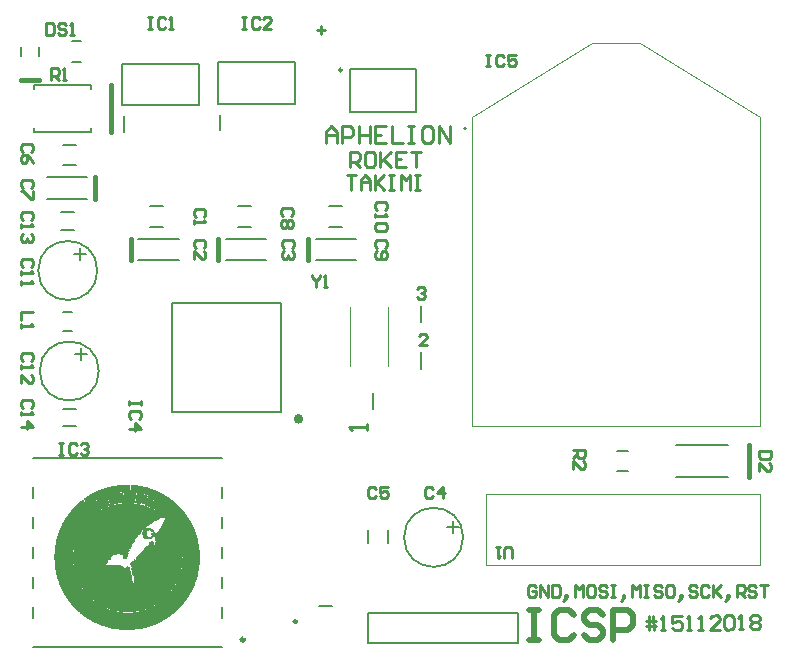
<source format=gto>
G04*
G04 #@! TF.GenerationSoftware,Altium Limited,Altium Designer,20.0.13 (296)*
G04*
G04 Layer_Color=65535*
%FSLAX44Y44*%
%MOMM*%
G71*
G01*
G75*
%ADD10C,0.2500*%
%ADD11C,0.3000*%
%ADD12C,0.2000*%
%ADD13C,0.4000*%
%ADD14C,0.0254*%
%ADD15C,0.1270*%
%ADD16C,0.1000*%
%ADD17C,0.2540*%
%ADD18C,0.5000*%
%ADD19C,0.1500*%
D10*
X4594400Y497138D02*
G03*
X4594400Y497138I-1250J0D01*
G01*
X4632310Y964058D02*
G03*
X4632310Y964058I-1000J0D01*
G01*
D11*
X4550073Y481698D02*
G03*
X4550073Y481698I-1423J0D01*
G01*
D12*
X4735090Y568408D02*
G03*
X4735090Y568408I-25000J0D01*
G01*
X4736540Y915618D02*
G03*
X4736540Y913618I0J-1000D01*
G01*
D02*
G03*
X4736540Y915618I0J1000D01*
G01*
X4426640Y709218D02*
G03*
X4426640Y709218I-25000J0D01*
G01*
X4425370Y794308D02*
G03*
X4425370Y794308I-25000J0D01*
G01*
X4613150Y510138D02*
X4624149D01*
X4654210Y479348D02*
Y504748D01*
X4781210D01*
X4654210Y479348D02*
X4781210D01*
Y504748D01*
X4419770Y911468D02*
Y914968D01*
X4371770Y911468D02*
Y914968D01*
X4419770Y947968D02*
Y951468D01*
X4371770Y947968D02*
Y951468D01*
Y911468D02*
X4419770D01*
X4371770Y951468D02*
X4419770D01*
X4446430Y934268D02*
Y969308D01*
X4511470D01*
Y934268D02*
Y969308D01*
X4446430Y934268D02*
X4511470D01*
X4447800Y911788D02*
Y924788D01*
X4470399Y848528D02*
X4481400D01*
X4470399Y831528D02*
X4481400D01*
X4460250Y803088D02*
X4494250D01*
X4460250Y821088D02*
X4494250D01*
X4534340Y803088D02*
X4568340D01*
X4534340Y821088D02*
X4568340D01*
X4404330Y988228D02*
X4411330D01*
X4404330Y971228D02*
X4411330D01*
X4396490Y900598D02*
X4407490D01*
X4396490Y883598D02*
X4407490D01*
X4382370Y873158D02*
X4416370D01*
X4382370Y855158D02*
X4416370D01*
X4527710Y935538D02*
Y970578D01*
X4592750D01*
Y935538D02*
Y970578D01*
X4527710Y935538D02*
X4592750D01*
X4529080Y913058D02*
Y926058D01*
X4544570Y831528D02*
X4555569D01*
X4544570Y848528D02*
X4555569D01*
X4360959Y976228D02*
Y983228D01*
X4375960Y976228D02*
Y983228D01*
X4610540Y803088D02*
X4644539D01*
X4610540Y821088D02*
X4644539D01*
X4621530Y831528D02*
X4632530D01*
X4621530Y848528D02*
X4632530D01*
X4915634Y646643D02*
X4959384D01*
X4915634Y619393D02*
X4959384D01*
X4371040Y635548D02*
X4531040D01*
X4371040Y475548D02*
X4531040D01*
X4371040Y602048D02*
Y610648D01*
Y576648D02*
Y585248D01*
Y551248D02*
Y559848D01*
Y525848D02*
Y534448D01*
Y500448D02*
Y509048D01*
X4531040Y602048D02*
Y610648D01*
Y576648D02*
Y585248D01*
Y551248D02*
Y559848D01*
Y525848D02*
Y534448D01*
Y500448D02*
Y509048D01*
X4865610Y641268D02*
X4874610D01*
X4865610Y624768D02*
X4874610D01*
X4488329Y674148D02*
X4581330D01*
X4488329D02*
Y767148D01*
X4581330D01*
Y674148D02*
Y767148D01*
X4654600Y563258D02*
Y574258D01*
X4671600Y563258D02*
Y574258D01*
X4658549Y676938D02*
Y690698D01*
X4699760Y750478D02*
Y764478D01*
Y711108D02*
Y725108D01*
X4396710Y759128D02*
X4403710D01*
X4396710Y743128D02*
X4403710D01*
X4396010Y677348D02*
X4407010D01*
X4396010Y662348D02*
X4407010D01*
X4394740Y843718D02*
X4405740D01*
X4394740Y828718D02*
X4405740D01*
D13*
X4597830Y668648D02*
G03*
X4597830Y668648I-2000J0D01*
G01*
X4436770Y911718D02*
Y951218D01*
X4453500Y803088D02*
Y821088D01*
X4527590Y803088D02*
Y821088D01*
X4423120Y855158D02*
Y873158D01*
X4360959Y955228D02*
X4375960D01*
X4603790Y803088D02*
Y821088D01*
X4977260Y619393D02*
Y646643D01*
D14*
X4418244Y583996D02*
X4475139D01*
X4418498Y584250D02*
X4475648D01*
X4418752Y584504D02*
X4476156D01*
X4419006Y584758D02*
X4476664D01*
X4419260Y585012D02*
X4477934D01*
X4419514Y585266D02*
X4478188D01*
X4419767Y585520D02*
X4478696D01*
X4420022Y585774D02*
X4479203D01*
X4420529Y586028D02*
X4479966D01*
X4420784Y586282D02*
X4480728D01*
X4421038Y586536D02*
X4482505D01*
X4421292Y586790D02*
X4500540D01*
X4421546Y587044D02*
X4500286D01*
X4421800Y587298D02*
X4500286D01*
X4422308Y587552D02*
X4500032D01*
X4422562Y587806D02*
X4499778D01*
X4422816Y588060D02*
X4499524D01*
X4423324Y588314D02*
X4499524D01*
X4423578Y588568D02*
X4499270D01*
X4423831Y588822D02*
X4499016D01*
X4424340Y589076D02*
X4498762D01*
X4424594Y589330D02*
X4498762D01*
X4425102Y589584D02*
X4476410D01*
X4425356Y589838D02*
X4476156D01*
X4429420Y590092D02*
X4475648D01*
X4429673Y590346D02*
X4475394D01*
X4403004Y512876D02*
X4475394D01*
X4402750Y513130D02*
X4475648D01*
X4402750Y513384D02*
X4476156D01*
X4402496Y513638D02*
X4476410D01*
X4402242Y513892D02*
X4476918D01*
X4422816Y514146D02*
X4477172D01*
X4423069Y514400D02*
X4477680D01*
X4423069Y514654D02*
X4477934D01*
X4423324Y514908D02*
X4478188D01*
X4422816Y515162D02*
X4478696D01*
X4422562Y515416D02*
X4478950D01*
X4422308Y515670D02*
X4479203D01*
X4421800Y515924D02*
X4479712D01*
X4421546Y516178D02*
X4479966D01*
X4421292Y516432D02*
X4480220D01*
X4421038Y516686D02*
X4480474D01*
X4420784Y516940D02*
X4480728D01*
X4420529Y517194D02*
X4480982D01*
X4420022Y517448D02*
X4481490D01*
X4419767Y517702D02*
X4481743D01*
X4419514Y517956D02*
X4481998D01*
X4419260Y518210D02*
X4482252D01*
X4419006Y518464D02*
X4482505D01*
X4418752Y518718D02*
X4482760D01*
X4418498Y518972D02*
X4483014D01*
X4418244Y519226D02*
X4483268D01*
X4417990Y519480D02*
X4483522D01*
X4417736Y519734D02*
X4483776D01*
X4417482Y519988D02*
X4484030D01*
X4417227Y520242D02*
X4484284D01*
X4416974Y520496D02*
X4484538D01*
X4416720Y520750D02*
X4484792D01*
X4416465Y521004D02*
X4485045D01*
X4416465Y521258D02*
X4485045D01*
X4416212Y521512D02*
X4485300D01*
X4415958Y521766D02*
X4485554D01*
X4415704Y522020D02*
X4485807D01*
X4415450Y522274D02*
X4486062D01*
X4415196Y522528D02*
X4486316D01*
X4414942Y522782D02*
X4486570D01*
X4414942Y523036D02*
X4486570D01*
X4414688Y523290D02*
X4486824D01*
X4414434Y523544D02*
X4487078D01*
X4414180Y523798D02*
X4487332D01*
X4414180Y524052D02*
X4487332D01*
X4413925Y524306D02*
X4487585D01*
X4413672Y524560D02*
X4487840D01*
X4413418Y524814D02*
X4488094D01*
X4413418Y525068D02*
X4488094D01*
X4413163Y525322D02*
X4488347D01*
X4412910Y525576D02*
X4488602D01*
X4412910Y525830D02*
X4488602D01*
X4412656Y526084D02*
X4488856D01*
X4412402Y526338D02*
X4489109D01*
X4412402Y526592D02*
X4489109D01*
X4412148Y526846D02*
X4489364D01*
X4411894Y527100D02*
X4489618D01*
X4411894Y527354D02*
X4489618D01*
X4411640Y527608D02*
X4489872D01*
X4411385Y527862D02*
X4490126D01*
X4411385Y528116D02*
X4490126D01*
X4411132Y528370D02*
X4490380D01*
X4424848Y496112D02*
X4475648D01*
X4424340Y496366D02*
X4476156D01*
X4423831Y496620D02*
X4476664D01*
X4423324Y496874D02*
X4477172D01*
X4422816Y497128D02*
X4477680D01*
X4422308Y497382D02*
X4478188D01*
X4421800Y497636D02*
X4478696D01*
X4421292Y497890D02*
X4479203D01*
X4420784Y498144D02*
X4479712D01*
X4420529Y498398D02*
X4479966D01*
X4420022Y498652D02*
X4480474D01*
X4419514Y498906D02*
X4480982D01*
X4419006Y499160D02*
X4481490D01*
X4418752Y499414D02*
X4481743D01*
X4418244Y499668D02*
X4482252D01*
X4417736Y499922D02*
X4482760D01*
X4417482Y500176D02*
X4483014D01*
X4416974Y500430D02*
X4483522D01*
X4416720Y500684D02*
X4483776D01*
X4416212Y500938D02*
X4484284D01*
X4415958Y501192D02*
X4484538D01*
X4415450Y501446D02*
X4485045D01*
X4415196Y501700D02*
X4485300D01*
X4414688Y501954D02*
X4485807D01*
X4414434Y502208D02*
X4486062D01*
X4414180Y502462D02*
X4486316D01*
X4413672Y502716D02*
X4486824D01*
X4413418Y502970D02*
X4487078D01*
X4413163Y503224D02*
X4487332D01*
X4412656Y503478D02*
X4487840D01*
X4412402Y503732D02*
X4488094D01*
X4412148Y503986D02*
X4488347D01*
X4411894Y504240D02*
X4488602D01*
X4411385Y504494D02*
X4489109D01*
X4405036Y550468D02*
X4434754D01*
X4409100Y570788D02*
X4459138D01*
X4429166Y591108D02*
X4474124D01*
X4431706Y509828D02*
X4469806D01*
X4410116Y530148D02*
X4454566D01*
X4429166Y591362D02*
X4473616D01*
X4428912Y591616D02*
X4473108D01*
X4428912Y591870D02*
X4472854D01*
X4429166Y592124D02*
X4472346D01*
X4429673Y592378D02*
X4471837D01*
X4430182Y592632D02*
X4471330D01*
X4430690Y592886D02*
X4470822D01*
X4431198Y593140D02*
X4470314D01*
X4431706Y593394D02*
X4469806D01*
X4432468Y593648D02*
X4469044D01*
X4432975Y593902D02*
X4468535D01*
X4433484Y594156D02*
X4468028D01*
X4434246Y594410D02*
X4467266D01*
X4432975Y607364D02*
X4445421D01*
X4432975Y607618D02*
X4452280D01*
X4432722Y607872D02*
X4452280D01*
X4432722Y608126D02*
X4452280D01*
X4432722Y608380D02*
X4452280D01*
X4432468Y608634D02*
X4452280D01*
X4432468Y608888D02*
X4452280D01*
X4432468Y609142D02*
X4452534D01*
X4432468Y609396D02*
X4452534D01*
X4432214Y609650D02*
X4452534D01*
X4432214Y609904D02*
X4452534D01*
X4432214Y610158D02*
X4452534D01*
X4432468Y610412D02*
X4452534D01*
X4433230Y610666D02*
X4452534D01*
X4434246Y610920D02*
X4452534D01*
X4409100Y571042D02*
X4459391D01*
X4409354Y571296D02*
X4459646D01*
X4409354Y571550D02*
X4459646D01*
X4409608Y571804D02*
X4459900D01*
X4409608Y572058D02*
X4460154D01*
X4409861Y572312D02*
X4460408D01*
X4409861Y572566D02*
X4460662D01*
X4410116Y572820D02*
X4460662D01*
X4410116Y573074D02*
X4460916D01*
X4410370Y573328D02*
X4461170D01*
X4410370Y573582D02*
X4461424D01*
X4410623Y573836D02*
X4461678D01*
X4410878Y574090D02*
X4461931D01*
X4410878Y574344D02*
X4462186D01*
X4411132Y574598D02*
X4462440D01*
X4411132Y574852D02*
X4462693D01*
X4411385Y575106D02*
X4462948D01*
X4411385Y575360D02*
X4463202D01*
X4411640Y575614D02*
X4463456D01*
X4411894Y575868D02*
X4463710D01*
X4411894Y576122D02*
X4463964D01*
X4412148Y576376D02*
X4464218D01*
X4412402Y576630D02*
X4464472D01*
X4412402Y576884D02*
X4464726D01*
X4412656Y577138D02*
X4464980D01*
X4412910Y577392D02*
X4465233D01*
X4412910Y577646D02*
X4465488D01*
X4413163Y577900D02*
X4465742D01*
X4413418Y578154D02*
X4466250D01*
X4413418Y578408D02*
X4466504D01*
X4413672Y578662D02*
X4466758D01*
X4413925Y578916D02*
X4467012D01*
X4414180Y579170D02*
X4467266D01*
X4414180Y579424D02*
X4467774D01*
X4414434Y579678D02*
X4468028D01*
X4414688Y579932D02*
X4468282D01*
X4414942Y580186D02*
X4468790D01*
X4414942Y580440D02*
X4469044D01*
X4415196Y580694D02*
X4469297D01*
X4415450Y580948D02*
X4469806D01*
X4415704Y581202D02*
X4470314D01*
X4415958Y581456D02*
X4470568D01*
X4416212Y581710D02*
X4471076D01*
X4416465Y581964D02*
X4472346D01*
X4416465Y582218D02*
X4471584D01*
X4416720Y582472D02*
X4472092D01*
X4416974Y582726D02*
X4472599D01*
X4417227Y582980D02*
X4472854D01*
X4417482Y583234D02*
X4473362D01*
X4417736Y583488D02*
X4473870D01*
X4417990Y583742D02*
X4474378D01*
X4429420Y590600D02*
X4474886D01*
X4429420Y590854D02*
X4474632D01*
X4405036Y550722D02*
X4435008D01*
X4405036Y550976D02*
X4435262D01*
X4405036Y551230D02*
X4435516D01*
X4405036Y551484D02*
X4435516D01*
X4405036Y551738D02*
X4435770D01*
X4405036Y551992D02*
X4436024D01*
X4405036Y552246D02*
X4436277D01*
X4405036Y552500D02*
X4436532D01*
X4405036Y552754D02*
X4436532D01*
X4405036Y553008D02*
X4436786D01*
X4405036Y553262D02*
X4437039D01*
X4405036Y553516D02*
X4437294D01*
X4405036Y553770D02*
X4437548D01*
X4405036Y554024D02*
X4437548D01*
X4405036Y554278D02*
X4437802D01*
X4405036Y554532D02*
X4438056D01*
X4405036Y554786D02*
X4440596D01*
X4405036Y555040D02*
X4450502D01*
X4405036Y555294D02*
X4450502D01*
X4405036Y555548D02*
X4450502D01*
X4405036Y555802D02*
X4450756D01*
X4405036Y556056D02*
X4450756D01*
X4405036Y556310D02*
X4450756D01*
X4405290Y556564D02*
X4451010D01*
X4405290Y556818D02*
X4451010D01*
X4405290Y557072D02*
X4451264D01*
X4405290Y557326D02*
X4451264D01*
X4405290Y557580D02*
X4451264D01*
X4405290Y557834D02*
X4451518D01*
X4405290Y558088D02*
X4451518D01*
X4405290Y558342D02*
X4451772D01*
X4405544Y558596D02*
X4451772D01*
X4405544Y558850D02*
X4451772D01*
X4405544Y559104D02*
X4452025D01*
X4405544Y559358D02*
X4452025D01*
X4405544Y559612D02*
X4452280D01*
X4405544Y559866D02*
X4452280D01*
X4405798Y560120D02*
X4452534D01*
X4405798Y560374D02*
X4452534D01*
X4405798Y560628D02*
X4452534D01*
X4405798Y560882D02*
X4452787D01*
X4405798Y561136D02*
X4452787D01*
X4406052Y561390D02*
X4453042D01*
X4406052Y561644D02*
X4453042D01*
X4406052Y561898D02*
X4453296D01*
X4406052Y562152D02*
X4453296D01*
X4406052Y562406D02*
X4453549D01*
X4406306Y562660D02*
X4453804D01*
X4406306Y562914D02*
X4453804D01*
X4406306Y563168D02*
X4454058D01*
X4406306Y563422D02*
X4454058D01*
X4406559Y563676D02*
X4454312D01*
X4406559Y563930D02*
X4454566D01*
X4406559Y564184D02*
X4454566D01*
X4406814Y564438D02*
X4454820D01*
X4406814Y564692D02*
X4455074D01*
X4406814Y564946D02*
X4455074D01*
X4406814Y565200D02*
X4455327D01*
X4407068Y565454D02*
X4455327D01*
X4407068Y565708D02*
X4455582D01*
X4407068Y565962D02*
X4455582D01*
X4407321Y566216D02*
X4455836D01*
X4407321Y566470D02*
X4456089D01*
X4407321Y566724D02*
X4456598D01*
X4407576Y566978D02*
X4456344D01*
X4407576Y567232D02*
X4456598D01*
X4407830Y567486D02*
X4456598D01*
X4407830Y567740D02*
X4456852D01*
X4407830Y567994D02*
X4457106D01*
X4408083Y568248D02*
X4457360D01*
X4408083Y568502D02*
X4457360D01*
X4408083Y568756D02*
X4457614D01*
X4408338Y569010D02*
X4457868D01*
X4408338Y569264D02*
X4458629D01*
X4408592Y569518D02*
X4458122D01*
X4408592Y569772D02*
X4458376D01*
X4408846Y570026D02*
X4458629D01*
X4408846Y570280D02*
X4458884D01*
X4408846Y570534D02*
X4458884D01*
X4410116Y530402D02*
X4454566D01*
X4409861Y530656D02*
X4454312D01*
X4409861Y530910D02*
X4454312D01*
X4409608Y531164D02*
X4454312D01*
X4409608Y531418D02*
X4454312D01*
X4409354Y531672D02*
X4454058D01*
X4409354Y531926D02*
X4454058D01*
X4409100Y532180D02*
X4454058D01*
X4409100Y532434D02*
X4454058D01*
X4408846Y532688D02*
X4454058D01*
X4408846Y532942D02*
X4454058D01*
X4408846Y533196D02*
X4453804D01*
X4408592Y533450D02*
X4453804D01*
X4408592Y533704D02*
X4453804D01*
X4408338Y533958D02*
X4453804D01*
X4408338Y534212D02*
X4454058D01*
X4408083Y534466D02*
X4453549D01*
X4408083Y534720D02*
X4453296D01*
X4408083Y534974D02*
X4453296D01*
X4407830Y535228D02*
X4453296D01*
X4407830Y535482D02*
X4453042D01*
X4407830Y535736D02*
X4453042D01*
X4407576Y535990D02*
X4453042D01*
X4407576Y536244D02*
X4453042D01*
X4407321Y536498D02*
X4453042D01*
X4407321Y536752D02*
X4453042D01*
X4407321Y537006D02*
X4452787D01*
X4407068Y537260D02*
X4452787D01*
X4407068Y537514D02*
X4452787D01*
X4407068Y537768D02*
X4452787D01*
X4406814Y538022D02*
X4452534D01*
X4406814Y538276D02*
X4452534D01*
X4406814Y538530D02*
X4452534D01*
X4406814Y538784D02*
X4452534D01*
X4406559Y539038D02*
X4452534D01*
X4406559Y539292D02*
X4452280D01*
X4406559Y539546D02*
X4452280D01*
X4406306Y539800D02*
X4452280D01*
X4406306Y540054D02*
X4452787D01*
X4406306Y540308D02*
X4452787D01*
X4406306Y540562D02*
X4452534D01*
X4406052Y540816D02*
X4452025D01*
X4406052Y541070D02*
X4452025D01*
X4406052Y541324D02*
X4452280D01*
X4406052Y541578D02*
X4451772D01*
X4406052Y541832D02*
X4448216D01*
X4405798Y542086D02*
X4447962D01*
X4405798Y542340D02*
X4447708D01*
X4405798Y542594D02*
X4447454D01*
X4405798Y542848D02*
X4446945D01*
X4405798Y543102D02*
X4446438D01*
X4405544Y543356D02*
X4446183D01*
X4405544Y543610D02*
X4445930D01*
X4405544Y543864D02*
X4445421D01*
X4405544Y544118D02*
X4445168D01*
X4405544Y544372D02*
X4444914D01*
X4405544Y544626D02*
X4444406D01*
X4405036Y549960D02*
X4434500D01*
X4405036Y550214D02*
X4434500D01*
X4431198Y510082D02*
X4470314D01*
X4430690Y510336D02*
X4470822D01*
X4430182Y510590D02*
X4471330D01*
X4429673Y510844D02*
X4471837D01*
X4429166Y511098D02*
X4472346D01*
X4428658Y511352D02*
X4472854D01*
X4428404Y511606D02*
X4473108D01*
X4404019Y511860D02*
X4473616D01*
X4403766Y512114D02*
X4474124D01*
X4403512Y512368D02*
X4474632D01*
X4403258Y512622D02*
X4474886D01*
X4411132Y528624D02*
X4455074D01*
X4410878Y528878D02*
X4454820D01*
X4410878Y529132D02*
X4454820D01*
X4410623Y529386D02*
X4454820D01*
X4410370Y529640D02*
X4454566D01*
X4410370Y529894D02*
X4454566D01*
X4434246Y492810D02*
X4466250D01*
X4433230Y493064D02*
X4467266D01*
X4432468Y493318D02*
X4468028D01*
X4431706Y493572D02*
X4468790D01*
X4430944Y493826D02*
X4469552D01*
X4430182Y494080D02*
X4470314D01*
X4429420Y494334D02*
X4471076D01*
X4428658Y494588D02*
X4471837D01*
X4427896Y494842D02*
X4472599D01*
X4427388Y495096D02*
X4473108D01*
X4426626Y495350D02*
X4473870D01*
X4426118Y495604D02*
X4474378D01*
X4425610Y495858D02*
X4474886D01*
X4411132Y504748D02*
X4450247D01*
X4410878Y505002D02*
X4445930D01*
X4410623Y505256D02*
X4443898D01*
X4410370Y505510D02*
X4442374D01*
X4409861Y505764D02*
X4441104D01*
X4409608Y506018D02*
X4439834D01*
X4409354Y506272D02*
X4438818D01*
X4409100Y506526D02*
X4438056D01*
X4408846Y506780D02*
X4437039D01*
X4408592Y507034D02*
X4436277D01*
X4408338Y507288D02*
X4435516D01*
X4408083Y507542D02*
X4434754D01*
X4434246Y508812D02*
X4467266D01*
X4433484Y509066D02*
X4468028D01*
X4432975Y509320D02*
X4468535D01*
X4432468Y509574D02*
X4469044D01*
X4497491Y550468D02*
X4511461D01*
X4458122D02*
X4496476D01*
X4493428Y570788D02*
X4508414D01*
X4475901D02*
X4492411D01*
X4463710D02*
X4466250D01*
X4475901Y591108D02*
X4497238D01*
X4436277Y611428D02*
X4452534D01*
X4471837Y509828D02*
X4494698D01*
X4492411Y530148D02*
X4507397D01*
X4456598D02*
X4491396D01*
X4389034Y550468D02*
X4404019D01*
X4392082Y570788D02*
X4408083D01*
X4424340Y591108D02*
X4425610D01*
X4403258D02*
X4417736D01*
X4405798Y509828D02*
X4429673D01*
X4393098Y530148D02*
X4409100D01*
X4437294Y611682D02*
X4452534D01*
X4438818Y611936D02*
X4452534D01*
X4440088Y612190D02*
X4452534D01*
X4441866Y612444D02*
X4452534D01*
X4444152Y612698D02*
X4452534D01*
X4475394Y591362D02*
X4496984D01*
X4475139Y591616D02*
X4496730D01*
X4474632Y591870D02*
X4496476D01*
X4474124Y592124D02*
X4496476D01*
X4473870Y592378D02*
X4496222D01*
X4473870Y592632D02*
X4495968D01*
X4473870Y592886D02*
X4495714D01*
X4474124Y593140D02*
X4495460D01*
X4474124Y593394D02*
X4495206D01*
X4474378Y593648D02*
X4494951D01*
X4474378Y593902D02*
X4494698D01*
X4474632Y594156D02*
X4494444D01*
X4474632Y594410D02*
X4494189D01*
X4474886Y594664D02*
X4493936D01*
X4435008D02*
X4466504D01*
X4474886Y594918D02*
X4493682D01*
X4435516D02*
X4465995D01*
X4475139Y595172D02*
X4493428D01*
X4436277D02*
X4465233D01*
X4475139Y595426D02*
X4493174D01*
X4437039D02*
X4464472D01*
X4475394Y595680D02*
X4492920D01*
X4438056D02*
X4463456D01*
X4475394Y595934D02*
X4492666D01*
X4438818D02*
X4462693D01*
X4475648Y596188D02*
X4492411D01*
X4439834D02*
X4461678D01*
X4475648Y596442D02*
X4492158D01*
X4441104D02*
X4460408D01*
X4475901Y596696D02*
X4491904D01*
X4442374D02*
X4459138D01*
X4475901Y596950D02*
X4491649D01*
X4443898D02*
X4457614D01*
X4476156Y597204D02*
X4491396D01*
X4464726D02*
X4465233D01*
X4476156Y597458D02*
X4491142D01*
X4463964D02*
X4465488D01*
X4476410Y597712D02*
X4490887D01*
X4462948D02*
X4465488D01*
X4476410Y597966D02*
X4490634D01*
X4462440D02*
X4465488D01*
X4476664Y598220D02*
X4490126D01*
X4462440D02*
X4465742D01*
X4439579D02*
X4445930D01*
X4476664Y598474D02*
X4489872D01*
X4462693D02*
X4465742D01*
X4476918Y598728D02*
X4489618D01*
X4462693D02*
X4465742D01*
X4476918Y598982D02*
X4489364D01*
X4462693D02*
X4465995D01*
X4477172Y599236D02*
X4489109D01*
X4462948D02*
X4465995D01*
X4444406D02*
X4444660D01*
X4477172Y599490D02*
X4488602D01*
X4462948D02*
X4465995D01*
X4444406D02*
X4447200D01*
X4477426Y599744D02*
X4488347D01*
X4462948D02*
X4465995D01*
X4444406D02*
X4447200D01*
X4477426Y599998D02*
X4488094D01*
X4463202D02*
X4466250D01*
X4444406D02*
X4447200D01*
X4477426Y600252D02*
X4487840D01*
X4463202D02*
X4466250D01*
X4444406D02*
X4447200D01*
X4477172Y600506D02*
X4487332D01*
X4463202D02*
X4466250D01*
X4444406D02*
X4447200D01*
X4476918Y600760D02*
X4487078D01*
X4463202D02*
X4466504D01*
X4444152D02*
X4447200D01*
X4476410Y601014D02*
X4486824D01*
X4463456D02*
X4466504D01*
X4444152D02*
X4447200D01*
X4475648Y601268D02*
X4486316D01*
X4463456D02*
X4466504D01*
X4444152D02*
X4447962D01*
X4474886Y601522D02*
X4486062D01*
X4463456D02*
X4466504D01*
X4444152D02*
X4452025D01*
X4474124Y601776D02*
X4485807D01*
X4463710D02*
X4466758D01*
X4444152D02*
X4452025D01*
X4474124Y602030D02*
X4485300D01*
X4463710D02*
X4466758D01*
X4444152D02*
X4452025D01*
X4463710Y602284D02*
X4466758D01*
X4444152D02*
X4452025D01*
X4463964Y602538D02*
X4467012D01*
X4444152D02*
X4452025D01*
X4463964Y602792D02*
X4467012D01*
X4463964Y603046D02*
X4467012D01*
X4463964Y603300D02*
X4467266D01*
X4464218Y603554D02*
X4467266D01*
X4443898D02*
X4445168D01*
X4464218Y603808D02*
X4467266D01*
X4443898D02*
X4446945D01*
X4464218Y604062D02*
X4467012D01*
X4443898D02*
X4446945D01*
X4464472Y604316D02*
X4465995D01*
X4443898D02*
X4446945D01*
X4464472Y604570D02*
X4465233D01*
X4443898D02*
X4446692D01*
X4443898Y604824D02*
X4446692D01*
X4443898Y605078D02*
X4446692D01*
X4443898Y605332D02*
X4446692D01*
X4464726Y605586D02*
X4479712D01*
X4443898D02*
X4446692D01*
X4458629Y605840D02*
X4479203D01*
X4443898D02*
X4446692D01*
X4458629Y606094D02*
X4478696D01*
X4443643D02*
X4446692D01*
X4458629Y606348D02*
X4478188D01*
X4443643D02*
X4446692D01*
X4458884Y606602D02*
X4477680D01*
X4458884Y606856D02*
X4477172D01*
X4453296Y607110D02*
X4476664D01*
X4453296Y607364D02*
X4476156D01*
X4453296Y607618D02*
X4475648D01*
X4453296Y607872D02*
X4474886D01*
X4453296Y608126D02*
X4474378D01*
X4453296Y608380D02*
X4473870D01*
X4453296Y608634D02*
X4473108D01*
X4453296Y608888D02*
X4472599D01*
X4459138Y609142D02*
X4471837D01*
X4459138Y609396D02*
X4471076D01*
X4459138Y609650D02*
X4470314D01*
X4459391Y609904D02*
X4469552D01*
X4459391Y610158D02*
X4468790D01*
X4459391Y610412D02*
X4468028D01*
X4453549Y610666D02*
X4467266D01*
X4453549Y610920D02*
X4466250D01*
X4453549Y611174D02*
X4465233D01*
X4435262D02*
X4452534D01*
X4493428Y571042D02*
X4508414D01*
X4476156D02*
X4492411D01*
X4463456D02*
X4466250D01*
X4493174Y571296D02*
X4508159D01*
X4476156D02*
X4492158D01*
X4463456D02*
X4466250D01*
X4493174Y571550D02*
X4508159D01*
X4476410D02*
X4492158D01*
X4463456D02*
X4465995D01*
X4492920Y571804D02*
X4508159D01*
X4476410D02*
X4491904D01*
X4463456D02*
X4466250D01*
X4492920Y572058D02*
X4507906D01*
X4476664D02*
X4491904D01*
X4463456D02*
X4466250D01*
X4492666Y572312D02*
X4507906D01*
X4476664D02*
X4491649D01*
X4463456D02*
X4466250D01*
X4492666Y572566D02*
X4507906D01*
X4476918D02*
X4491649D01*
X4463456D02*
X4466250D01*
X4492411Y572820D02*
X4507652D01*
X4477172D02*
X4491396D01*
X4463456D02*
X4466250D01*
X4492411Y573074D02*
X4507652D01*
X4477172D02*
X4491396D01*
X4463456D02*
X4466504D01*
X4492158Y573328D02*
X4507652D01*
X4477426D02*
X4491142D01*
X4463710D02*
X4466504D01*
X4492158Y573582D02*
X4507397D01*
X4477426D02*
X4491142D01*
X4463710D02*
X4466504D01*
X4491904Y573836D02*
X4507397D01*
X4477680D02*
X4490887D01*
X4463710D02*
X4466758D01*
X4491904Y574090D02*
X4507397D01*
X4477680D02*
X4490634D01*
X4463964D02*
X4467012D01*
X4491649Y574344D02*
X4507144D01*
X4477934D02*
X4490634D01*
X4463964D02*
X4467266D01*
X4491649Y574598D02*
X4507144D01*
X4477934D02*
X4490380D01*
X4464218D02*
X4467520D01*
X4491396Y574852D02*
X4506890D01*
X4478188D02*
X4490380D01*
X4464472D02*
X4468028D01*
X4491142Y575106D02*
X4506890D01*
X4478441D02*
X4490126D01*
X4464472D02*
X4471584D01*
X4491142Y575360D02*
X4506890D01*
X4478441D02*
X4490126D01*
X4464980D02*
X4471330D01*
X4490887Y575614D02*
X4506636D01*
X4478696D02*
X4489872D01*
X4464980D02*
X4471076D01*
X4490887Y575868D02*
X4506636D01*
X4478696D02*
X4489618D01*
X4490634Y576122D02*
X4506382D01*
X4478950D02*
X4489618D01*
X4490380Y576376D02*
X4506382D01*
X4479203D02*
X4489364D01*
X4464726D02*
X4465233D01*
X4490380Y576630D02*
X4506128D01*
X4479203D02*
X4489109D01*
X4464726D02*
X4465233D01*
X4490126Y576884D02*
X4506128D01*
X4479458D02*
X4489109D01*
X4464980D02*
X4465488D01*
X4490126Y577138D02*
X4506128D01*
X4479712D02*
X4488856D01*
X4489872Y577392D02*
X4505874D01*
X4479712D02*
X4488602D01*
X4489618Y577646D02*
X4505874D01*
X4479966D02*
X4488602D01*
X4489618Y577900D02*
X4505620D01*
X4479966D02*
X4488347D01*
X4489364Y578154D02*
X4505620D01*
X4480220D02*
X4488094D01*
X4480474Y578408D02*
X4488094D01*
X4480474Y578662D02*
X4488094D01*
X4480728Y578916D02*
X4488347D01*
X4480728Y579170D02*
X4505112D01*
X4480982Y579424D02*
X4504857D01*
X4480982Y579678D02*
X4504857D01*
X4481236Y579932D02*
X4504604D01*
X4481236Y580186D02*
X4504604D01*
X4481490Y580440D02*
X4504350D01*
X4481490Y580694D02*
X4504350D01*
X4481490Y580948D02*
X4504095D01*
X4481743Y581202D02*
X4504095D01*
X4481743Y581456D02*
X4503842D01*
X4481998Y581710D02*
X4503588D01*
X4481998Y581964D02*
X4503588D01*
X4482252Y582218D02*
X4503334D01*
X4482252Y582472D02*
X4503334D01*
X4482505Y582726D02*
X4503080D01*
X4482505Y582980D02*
X4503080D01*
X4482760Y583234D02*
X4502826D01*
X4482760Y583488D02*
X4502572D01*
X4483014Y583742D02*
X4502572D01*
X4483014Y583996D02*
X4502318D01*
X4483268Y584250D02*
X4502318D01*
X4483268Y584504D02*
X4502064D01*
X4483268Y584758D02*
X4501810D01*
X4483522Y585012D02*
X4501810D01*
X4483522Y585266D02*
X4501555D01*
X4483522Y585520D02*
X4501302D01*
X4483776Y585774D02*
X4501302D01*
X4483776Y586028D02*
X4501048D01*
X4483776Y586282D02*
X4500793D01*
X4483776Y586536D02*
X4500793D01*
X4476664Y589584D02*
X4498508D01*
X4477680Y589838D02*
X4498253D01*
X4477426Y590092D02*
X4498000D01*
X4477172Y590346D02*
X4497746D01*
X4476664Y590600D02*
X4497746D01*
X4476410Y590854D02*
X4497491D01*
Y550722D02*
X4511461D01*
X4458122D02*
X4496476D01*
X4497491Y550976D02*
X4511461D01*
X4458122D02*
X4496476D01*
X4497746Y551230D02*
X4511461D01*
X4458629D02*
X4496476D01*
X4497746Y551484D02*
X4511461D01*
X4458884D02*
X4496476D01*
X4497746Y551738D02*
X4511461D01*
X4459138D02*
X4496476D01*
X4497746Y551992D02*
X4511461D01*
X4459391D02*
X4496476D01*
X4497491Y552246D02*
X4511461D01*
X4459391D02*
X4496476D01*
X4497491Y552500D02*
X4511461D01*
X4459646D02*
X4496476D01*
X4497491Y552754D02*
X4511461D01*
X4459900D02*
X4496476D01*
X4497491Y553008D02*
X4511461D01*
X4460154D02*
X4496476D01*
X4497491Y553262D02*
X4511461D01*
X4460408D02*
X4496476D01*
X4497491Y553516D02*
X4511461D01*
X4460662D02*
X4496476D01*
X4497491Y553770D02*
X4511461D01*
X4460916D02*
X4496476D01*
X4497491Y554024D02*
X4511461D01*
X4461170D02*
X4496476D01*
X4497491Y554278D02*
X4511208D01*
X4461424D02*
X4496476D01*
X4444660D02*
X4446692D01*
X4497491Y554532D02*
X4511208D01*
X4461678D02*
X4496476D01*
X4497491Y554786D02*
X4511208D01*
X4461931D02*
X4496476D01*
X4441358D02*
X4450247D01*
X4497491Y555040D02*
X4511208D01*
X4462186D02*
X4496476D01*
X4497491Y555294D02*
X4511208D01*
X4462440D02*
X4496476D01*
X4497491Y555548D02*
X4511208D01*
X4462693D02*
X4496476D01*
X4497491Y555802D02*
X4511208D01*
X4462948D02*
X4496476D01*
X4497491Y556056D02*
X4511208D01*
X4463202D02*
X4496476D01*
X4497491Y556310D02*
X4511208D01*
X4463456D02*
X4496476D01*
X4497238Y556564D02*
X4511208D01*
X4463710D02*
X4496222D01*
X4497238Y556818D02*
X4511208D01*
X4463964D02*
X4496222D01*
X4497238Y557072D02*
X4511208D01*
X4464218D02*
X4496222D01*
X4497238Y557326D02*
X4511208D01*
X4464472D02*
X4496222D01*
X4497238Y557580D02*
X4511208D01*
X4464726D02*
X4496222D01*
X4497238Y557834D02*
X4511208D01*
X4464980D02*
X4496222D01*
X4497238Y558088D02*
X4510954D01*
X4465233D02*
X4496222D01*
X4497238Y558342D02*
X4510954D01*
X4465488D02*
X4496222D01*
X4464726D02*
X4464980D01*
X4496984Y558596D02*
X4510954D01*
X4465742D02*
X4495968D01*
X4464980D02*
X4465233D01*
X4496984Y558850D02*
X4510954D01*
X4465742D02*
X4495968D01*
X4496984Y559104D02*
X4510954D01*
X4465995D02*
X4495968D01*
X4496984Y559358D02*
X4510954D01*
X4476410D02*
X4495968D01*
X4496984Y559612D02*
X4510954D01*
X4476410D02*
X4495968D01*
X4496984Y559866D02*
X4510954D01*
X4476156D02*
X4495968D01*
X4496730Y560120D02*
X4510954D01*
X4475901D02*
X4495714D01*
X4496730Y560374D02*
X4510699D01*
X4475901D02*
X4495714D01*
X4496730Y560628D02*
X4510699D01*
X4475648D02*
X4495714D01*
X4496730Y560882D02*
X4510699D01*
X4475394D02*
X4495714D01*
X4496730Y561136D02*
X4510699D01*
X4475394D02*
X4495714D01*
X4496476Y561390D02*
X4510699D01*
X4475139D02*
X4495460D01*
X4496476Y561644D02*
X4510699D01*
X4475139D02*
X4495460D01*
X4496476Y561898D02*
X4510699D01*
X4475139D02*
X4495460D01*
X4496476Y562152D02*
X4510446D01*
X4475139D02*
X4495460D01*
X4496222Y562406D02*
X4510446D01*
X4475139D02*
X4495460D01*
X4496222Y562660D02*
X4510446D01*
X4474886D02*
X4495206D01*
X4496222Y562914D02*
X4510446D01*
X4474886D02*
X4495206D01*
X4496222Y563168D02*
X4510446D01*
X4474886D02*
X4495206D01*
X4496222Y563422D02*
X4510192D01*
X4474886D02*
X4495206D01*
X4495968Y563676D02*
X4510192D01*
X4474886D02*
X4494951D01*
X4495968Y563930D02*
X4510192D01*
X4474886D02*
X4494951D01*
X4495968Y564184D02*
X4510192D01*
X4474886D02*
X4494951D01*
X4495714Y564438D02*
X4510192D01*
X4474886D02*
X4494698D01*
X4495714Y564692D02*
X4510192D01*
X4474886D02*
X4494698D01*
X4495714Y564946D02*
X4509938D01*
X4474886D02*
X4494698D01*
X4495714Y565200D02*
X4509938D01*
X4474886D02*
X4494698D01*
X4495460Y565454D02*
X4509938D01*
X4474886D02*
X4494444D01*
X4495460Y565708D02*
X4509938D01*
X4474886D02*
X4494444D01*
X4495460Y565962D02*
X4509684D01*
X4474886D02*
X4494444D01*
X4495206Y566216D02*
X4509684D01*
X4474886D02*
X4494189D01*
X4495206Y566470D02*
X4509684D01*
X4474886D02*
X4494189D01*
X4495206Y566724D02*
X4509684D01*
X4474886D02*
X4494189D01*
X4494951Y566978D02*
X4509430D01*
X4474886D02*
X4493936D01*
X4494951Y567232D02*
X4509430D01*
X4474886D02*
X4493936D01*
X4494951Y567486D02*
X4509430D01*
X4474886D02*
X4493682D01*
X4494698Y567740D02*
X4509430D01*
X4474886D02*
X4493682D01*
X4494698Y567994D02*
X4509176D01*
X4474378D02*
X4493682D01*
X4494444Y568248D02*
X4509176D01*
X4475139D02*
X4493428D01*
X4494444Y568502D02*
X4509176D01*
X4475139D02*
X4493428D01*
X4464980D02*
X4471330D01*
X4494444Y568756D02*
X4509176D01*
X4475139D02*
X4493428D01*
X4464726D02*
X4471330D01*
X4494189Y569010D02*
X4508922D01*
X4475394D02*
X4493174D01*
X4464472D02*
X4468028D01*
X4494189Y569264D02*
X4508922D01*
X4475394D02*
X4493174D01*
X4464218D02*
X4467520D01*
X4493936Y569518D02*
X4508922D01*
X4475394D02*
X4492920D01*
X4464218D02*
X4467012D01*
X4493936Y569772D02*
X4508668D01*
X4475394D02*
X4492920D01*
X4463964D02*
X4467012D01*
X4493936Y570026D02*
X4508668D01*
X4475648D02*
X4492666D01*
X4463964D02*
X4466758D01*
X4493682Y570280D02*
X4508668D01*
X4475648D02*
X4492666D01*
X4463710D02*
X4466504D01*
X4493682Y570534D02*
X4508414D01*
X4475901D02*
X4492666D01*
X4463710D02*
X4466504D01*
X4492411Y530402D02*
X4507652D01*
X4456852D02*
X4491396D01*
X4492666Y530656D02*
X4507652D01*
X4457106D02*
X4491649D01*
X4492666Y530910D02*
X4507652D01*
X4457106D02*
X4491649D01*
X4492920Y531164D02*
X4507906D01*
X4457360D02*
X4491904D01*
X4492920Y531418D02*
X4507906D01*
X4457614D02*
X4491904D01*
X4493174Y531672D02*
X4507906D01*
X4457614D02*
X4492158D01*
X4493174Y531926D02*
X4508159D01*
X4457614D02*
X4492158D01*
X4493428Y532180D02*
X4508159D01*
X4457360D02*
X4492411D01*
X4493428Y532434D02*
X4508159D01*
X4457360D02*
X4492411D01*
X4493682Y532688D02*
X4508414D01*
X4457360D02*
X4492666D01*
X4493682Y532942D02*
X4508414D01*
X4457360D02*
X4492666D01*
X4493936Y533196D02*
X4508414D01*
X4457106D02*
X4492666D01*
X4493936Y533450D02*
X4508668D01*
X4457106D02*
X4492920D01*
X4493936Y533704D02*
X4508668D01*
X4457106D02*
X4492920D01*
X4494189Y533958D02*
X4508668D01*
X4457106D02*
X4493174D01*
X4494189Y534212D02*
X4508922D01*
X4456852D02*
X4493174D01*
X4494444Y534466D02*
X4508922D01*
X4456852D02*
X4493428D01*
X4494444Y534720D02*
X4508922D01*
X4460662D02*
X4493428D01*
X4494444Y534974D02*
X4509176D01*
X4460916D02*
X4493428D01*
X4494698Y535228D02*
X4509176D01*
X4460662D02*
X4493682D01*
X4494698Y535482D02*
X4509176D01*
X4460662D02*
X4493682D01*
X4494951Y535736D02*
X4509176D01*
X4461424D02*
X4493682D01*
X4494951Y535990D02*
X4509430D01*
X4461678D02*
X4493936D01*
X4494951Y536244D02*
X4509430D01*
X4461424D02*
X4493936D01*
X4495206Y536498D02*
X4509430D01*
X4461424D02*
X4494189D01*
X4495206Y536752D02*
X4509430D01*
X4461424D02*
X4494189D01*
X4495206Y537006D02*
X4509684D01*
X4461424D02*
X4494189D01*
X4495460Y537260D02*
X4509684D01*
X4461170D02*
X4494444D01*
X4495460Y537514D02*
X4509684D01*
X4461170D02*
X4494444D01*
X4495460Y537768D02*
X4509684D01*
X4461170D02*
X4494444D01*
X4495714Y538022D02*
X4509938D01*
X4461170D02*
X4494698D01*
X4495714Y538276D02*
X4509938D01*
X4460916D02*
X4494698D01*
X4495714Y538530D02*
X4509938D01*
X4460916D02*
X4494698D01*
X4495714Y538784D02*
X4509938D01*
X4460916D02*
X4494698D01*
X4495968Y539038D02*
X4510192D01*
X4460916D02*
X4494951D01*
X4495968Y539292D02*
X4510192D01*
X4460916D02*
X4494951D01*
X4495968Y539546D02*
X4510192D01*
X4460916D02*
X4494951D01*
X4496222Y539800D02*
X4510192D01*
X4460662D02*
X4495206D01*
X4496222Y540054D02*
X4510192D01*
X4460662D02*
X4495206D01*
X4496222Y540308D02*
X4510192D01*
X4460662D02*
X4495206D01*
X4496222Y540562D02*
X4510446D01*
X4460662D02*
X4495206D01*
X4496222Y540816D02*
X4510446D01*
X4460408D02*
X4495460D01*
X4496476Y541070D02*
X4510446D01*
X4460408D02*
X4495460D01*
X4496476Y541324D02*
X4510446D01*
X4460154D02*
X4495460D01*
X4496476Y541578D02*
X4510446D01*
X4460154D02*
X4495460D01*
X4496476Y541832D02*
X4510699D01*
X4460154D02*
X4495460D01*
X4496730Y542086D02*
X4510699D01*
X4459900D02*
X4495714D01*
X4496730Y542340D02*
X4510699D01*
X4459900D02*
X4495714D01*
X4496730Y542594D02*
X4510699D01*
X4459900D02*
X4495714D01*
X4496730Y542848D02*
X4510699D01*
X4459900D02*
X4495714D01*
X4496730Y543102D02*
X4510699D01*
X4459900D02*
X4495714D01*
X4496984Y543356D02*
X4510699D01*
X4459900D02*
X4495968D01*
X4496984Y543610D02*
X4510954D01*
X4459900D02*
X4495968D01*
X4496984Y543864D02*
X4510954D01*
X4459646D02*
X4495968D01*
X4496984Y544118D02*
X4510954D01*
X4459646D02*
X4495968D01*
X4496984Y544372D02*
X4510954D01*
X4459646D02*
X4495968D01*
X4496984Y544626D02*
X4510954D01*
X4459391D02*
X4495968D01*
X4497238Y544880D02*
X4510954D01*
X4459391D02*
X4496222D01*
X4497238Y545134D02*
X4510954D01*
X4459391D02*
X4496222D01*
X4443898D02*
X4444660D01*
X4497238Y545388D02*
X4510954D01*
X4459391D02*
X4496222D01*
X4497238Y545642D02*
X4510954D01*
X4459391D02*
X4496222D01*
X4497238Y545896D02*
X4511208D01*
X4459138D02*
X4496222D01*
X4497238Y546150D02*
X4511208D01*
X4459138D02*
X4496222D01*
X4497238Y546404D02*
X4511208D01*
X4459138D02*
X4496222D01*
X4497238Y546658D02*
X4511208D01*
X4458884D02*
X4496222D01*
X4497491Y546912D02*
X4511208D01*
X4458884D02*
X4496476D01*
X4497491Y547166D02*
X4511208D01*
X4458884D02*
X4496476D01*
X4497491Y547420D02*
X4511208D01*
X4458884D02*
X4496476D01*
X4497491Y547674D02*
X4511208D01*
X4458376D02*
X4496476D01*
X4497491Y547928D02*
X4511208D01*
X4458122D02*
X4496476D01*
X4497491Y548182D02*
X4511208D01*
X4458629D02*
X4496476D01*
X4497491Y548436D02*
X4511208D01*
X4458376D02*
X4496476D01*
X4497491Y548690D02*
X4511208D01*
X4458376D02*
X4496476D01*
X4497491Y548944D02*
X4511208D01*
X4458376D02*
X4496476D01*
X4497491Y549198D02*
X4511208D01*
X4458376D02*
X4496476D01*
X4497491Y549452D02*
X4511208D01*
X4458376D02*
X4496476D01*
X4497491Y549706D02*
X4511461D01*
X4458122D02*
X4496476D01*
X4497491Y549960D02*
X4511461D01*
X4458122D02*
X4496476D01*
X4497491Y550214D02*
X4511461D01*
X4458122D02*
X4496476D01*
X4472346Y510082D02*
X4494951D01*
X4472854Y510336D02*
X4495206D01*
X4473362Y510590D02*
X4495460D01*
X4473870Y510844D02*
X4495714D01*
X4474124Y511098D02*
X4495968D01*
X4474632Y511352D02*
X4496222D01*
X4475139Y511606D02*
X4496476D01*
X4475394Y511860D02*
X4496476D01*
X4475901Y512114D02*
X4496730D01*
X4476410Y512368D02*
X4496984D01*
X4476664Y512622D02*
X4497238D01*
X4477172Y512876D02*
X4497491D01*
X4477426Y513130D02*
X4497746D01*
X4477680Y513384D02*
X4497746D01*
X4478188Y513638D02*
X4498000D01*
X4478441Y513892D02*
X4498253D01*
X4478950Y514146D02*
X4498508D01*
X4479203Y514400D02*
X4498762D01*
X4479458Y514654D02*
X4498762D01*
X4479712Y514908D02*
X4499016D01*
X4480220Y515162D02*
X4499270D01*
X4480474Y515416D02*
X4499524D01*
X4480728Y515670D02*
X4499524D01*
X4480982Y515924D02*
X4499778D01*
X4481490Y516178D02*
X4500032D01*
X4481743Y516432D02*
X4500286D01*
X4481998Y516686D02*
X4500286D01*
X4482252Y516940D02*
X4500540D01*
X4482505Y517194D02*
X4500793D01*
X4482760Y517448D02*
X4500793D01*
X4483014Y517702D02*
X4501048D01*
X4483268Y517956D02*
X4501302D01*
X4483522Y518210D02*
X4501302D01*
X4483776Y518464D02*
X4501555D01*
X4484030Y518718D02*
X4501810D01*
X4484284Y518972D02*
X4501810D01*
X4484538Y519226D02*
X4502064D01*
X4484792Y519480D02*
X4502318D01*
X4485045Y519734D02*
X4502318D01*
X4485300Y519988D02*
X4502572D01*
X4489618Y525576D02*
X4505620D01*
X4489872Y525830D02*
X4505620D01*
X4490126Y526084D02*
X4505874D01*
X4490126Y526338D02*
X4505874D01*
X4490380Y526592D02*
X4506128D01*
X4490380Y526846D02*
X4506128D01*
X4490634Y527100D02*
X4506128D01*
X4490887Y527354D02*
X4506382D01*
X4490887Y527608D02*
X4506382D01*
X4491142Y527862D02*
X4506636D01*
X4491396Y528116D02*
X4506636D01*
X4491396Y528370D02*
X4506890D01*
X4491649Y528624D02*
X4506890D01*
X4455327D02*
X4490380D01*
X4491649Y528878D02*
X4506890D01*
X4455582D02*
X4490634D01*
X4491904Y529132D02*
X4507144D01*
X4455836D02*
X4490634D01*
X4491904Y529386D02*
X4507144D01*
X4455836D02*
X4490887D01*
X4492158Y529640D02*
X4507397D01*
X4456089D02*
X4491142D01*
X4492158Y529894D02*
X4507397D01*
X4456344D02*
X4491142D01*
X4444152Y491032D02*
X4456344D01*
X4441866Y491286D02*
X4458629D01*
X4440088Y491540D02*
X4460408D01*
X4438818Y491794D02*
X4461678D01*
X4437294Y492048D02*
X4463202D01*
X4436277Y492302D02*
X4464218D01*
X4435262Y492556D02*
X4465233D01*
X4451264Y504748D02*
X4489364D01*
X4455582Y505002D02*
X4489618D01*
X4457614Y505256D02*
X4489872D01*
X4459138Y505510D02*
X4490126D01*
X4460408Y505764D02*
X4490634D01*
X4461678Y506018D02*
X4490887D01*
X4462693Y506272D02*
X4491142D01*
X4443898D02*
X4457614D01*
X4463456Y506526D02*
X4491396D01*
X4442374D02*
X4459138D01*
X4464472Y506780D02*
X4491649D01*
X4441104D02*
X4460408D01*
X4465233Y507034D02*
X4491904D01*
X4439834D02*
X4461678D01*
X4465995Y507288D02*
X4492158D01*
X4438818D02*
X4462693D01*
X4466758Y507542D02*
X4492411D01*
X4438056D02*
X4463456D01*
X4467266Y507796D02*
X4492666D01*
X4437039D02*
X4464472D01*
X4468028Y508050D02*
X4492920D01*
X4436277D02*
X4465233D01*
X4468535Y508304D02*
X4493174D01*
X4435516D02*
X4465995D01*
X4469297Y508558D02*
X4493428D01*
X4435008D02*
X4466504D01*
X4469806Y508812D02*
X4493682D01*
X4470314Y509066D02*
X4493936D01*
X4470822Y509320D02*
X4494189D01*
X4471330Y509574D02*
X4494444D01*
X4424086Y591362D02*
X4426118D01*
X4403512D02*
X4417482D01*
X4423831Y591616D02*
X4426371D01*
X4403766D02*
X4417482D01*
X4423578Y591870D02*
X4426880D01*
X4404019D02*
X4417227D01*
X4423324Y592124D02*
X4427388D01*
X4404019D02*
X4417227D01*
X4423069Y592378D02*
X4427642D01*
X4422816Y592632D02*
X4427388D01*
X4422562Y592886D02*
X4427388D01*
X4422308Y593140D02*
X4427133D01*
X4422054Y593394D02*
X4427133D01*
X4421800Y593648D02*
X4426880D01*
X4421546Y593902D02*
X4426880D01*
X4421038Y594156D02*
X4426626D01*
X4420784Y594410D02*
X4426626D01*
X4420529Y594664D02*
X4426371D01*
X4420276Y594918D02*
X4426371D01*
X4420022Y595172D02*
X4426118D01*
X4419767Y595426D02*
X4426118D01*
X4419514Y595680D02*
X4425864D01*
X4419260Y595934D02*
X4425864D01*
X4419006Y596188D02*
X4425610D01*
X4418752Y596442D02*
X4425610D01*
X4418498Y596696D02*
X4425356D01*
X4418244Y596950D02*
X4425356D01*
X4417990Y597204D02*
X4425102D01*
X4417736Y597458D02*
X4425102D01*
X4417482Y597712D02*
X4424848D01*
X4417227Y597966D02*
X4424848D01*
X4416720Y598220D02*
X4424594D01*
X4416465Y598474D02*
X4424594D01*
X4416212Y598728D02*
X4424340D01*
X4415958Y598982D02*
X4424340D01*
X4414180Y601268D02*
X4424848D01*
X4414434Y601522D02*
X4425356D01*
X4414688Y601776D02*
X4425610D01*
X4415196Y602030D02*
X4426118D01*
X4415450Y602284D02*
X4426371D01*
X4415958Y602538D02*
X4426880D01*
X4416212Y602792D02*
X4433230D01*
X4416720Y603046D02*
X4433230D01*
X4416974Y603300D02*
X4432975D01*
X4417482Y603554D02*
X4432975D01*
X4417736Y603808D02*
X4432975D01*
X4418244Y604062D02*
X4432722D01*
X4418752Y604316D02*
X4432722D01*
X4419006Y604570D02*
X4432722D01*
X4419514Y604824D02*
X4432722D01*
X4420022Y605078D02*
X4432468D01*
X4420529Y605332D02*
X4432468D01*
X4420784Y605586D02*
X4432468D01*
X4421292Y605840D02*
X4432214D01*
X4421800Y606094D02*
X4432214D01*
X4422308Y606348D02*
X4432214D01*
X4422816Y606602D02*
X4432214D01*
X4423324Y606856D02*
X4431960D01*
X4423831Y607110D02*
X4431960D01*
X4424340Y607364D02*
X4431960D01*
X4392082Y571042D02*
X4408083D01*
X4392336Y571296D02*
X4408338D01*
X4392336Y571550D02*
X4408338D01*
X4392336Y571804D02*
X4408592D01*
X4392590Y572058D02*
X4408592D01*
X4392590Y572312D02*
X4408846D01*
X4392590Y572566D02*
X4408846D01*
X4392844Y572820D02*
X4409100D01*
X4392844Y573074D02*
X4409100D01*
X4392844Y573328D02*
X4409354D01*
X4393098Y573582D02*
X4409354D01*
X4393098Y573836D02*
X4409608D01*
X4393098Y574090D02*
X4409608D01*
X4393352Y574344D02*
X4409861D01*
X4393352Y574598D02*
X4409861D01*
X4393606Y574852D02*
X4410116D01*
X4393606Y575106D02*
X4410370D01*
X4393606Y575360D02*
X4410370D01*
X4393860Y575614D02*
X4410623D01*
X4393860Y575868D02*
X4410623D01*
X4394113Y576122D02*
X4410878D01*
X4394113Y576376D02*
X4411132D01*
X4394368Y576630D02*
X4411132D01*
X4394368Y576884D02*
X4411385D01*
X4394368Y577138D02*
X4411385D01*
X4394622Y577392D02*
X4411640D01*
X4394622Y577646D02*
X4411894D01*
X4394875Y577900D02*
X4411894D01*
X4394875Y578154D02*
X4412148D01*
X4395130Y578408D02*
X4412402D01*
X4395130Y578662D02*
X4412656D01*
X4395384Y578916D02*
X4412656D01*
X4395384Y579170D02*
X4412910D01*
X4395638Y579424D02*
X4413163D01*
X4395638Y579678D02*
X4413163D01*
X4395892Y579932D02*
X4413418D01*
X4395892Y580186D02*
X4413672D01*
X4396146Y580440D02*
X4413925D01*
X4396146Y580694D02*
X4414180D01*
X4396400Y580948D02*
X4414180D01*
X4396400Y581202D02*
X4414434D01*
X4396654Y581456D02*
X4414688D01*
X4396908Y581710D02*
X4414942D01*
X4396908Y581964D02*
X4415196D01*
X4397162Y582218D02*
X4415450D01*
X4397162Y582472D02*
X4415450D01*
X4397415Y582726D02*
X4415704D01*
X4397415Y582980D02*
X4415958D01*
X4397670Y583234D02*
X4416212D01*
X4397924Y583488D02*
X4416465D01*
X4397924Y583742D02*
X4416720D01*
X4398177Y583996D02*
X4416974D01*
X4398177Y584250D02*
X4417227D01*
X4398432Y584504D02*
X4417482D01*
X4398686Y584758D02*
X4417736D01*
X4398686Y585012D02*
X4417990D01*
X4398940Y585266D02*
X4418244D01*
X4399194Y585520D02*
X4418498D01*
X4399194Y585774D02*
X4418752D01*
X4399448Y586028D02*
X4419006D01*
X4399702Y586282D02*
X4419260D01*
X4399702Y586536D02*
X4419514D01*
X4399956Y586790D02*
X4419767D01*
X4400210Y587044D02*
X4420022D01*
X4400210Y587298D02*
X4420529D01*
X4400464Y587552D02*
X4420784D01*
X4400717Y587806D02*
X4419260D01*
X4400972Y588060D02*
X4419260D01*
X4400972Y588314D02*
X4419006D01*
X4401226Y588568D02*
X4419006D01*
X4401479Y588822D02*
X4418752D01*
X4401734Y589076D02*
X4418752D01*
X4401734Y589330D02*
X4418498D01*
X4401988Y589584D02*
X4418498D01*
X4402242Y589838D02*
X4418244D01*
X4402496Y590092D02*
X4418244D01*
X4419006Y590346D02*
X4424340D01*
X4402750D02*
X4417990D01*
X4419006Y590600D02*
X4424848D01*
X4402750D02*
X4417990D01*
X4424086Y590854D02*
X4425102D01*
X4403004D02*
X4417736D01*
X4389034Y550722D02*
X4404019D01*
X4389034Y550976D02*
X4404019D01*
X4389034Y552246D02*
X4404019D01*
X4389034Y552500D02*
X4404019D01*
X4389034Y552754D02*
X4404019D01*
X4389034Y553008D02*
X4404019D01*
X4389034Y553262D02*
X4404019D01*
X4389034Y553516D02*
X4404019D01*
X4389034Y553770D02*
X4404019D01*
X4389034Y554024D02*
X4404019D01*
X4389288Y554278D02*
X4404019D01*
X4389288Y554532D02*
X4404019D01*
X4389288Y554786D02*
X4404019D01*
X4389288Y555040D02*
X4404019D01*
X4389288Y555294D02*
X4404019D01*
X4389288Y555548D02*
X4404019D01*
X4389288Y555802D02*
X4404019D01*
X4389288Y556056D02*
X4404019D01*
X4389288Y556310D02*
X4404019D01*
X4389288Y556564D02*
X4404274D01*
X4389288Y556818D02*
X4404274D01*
X4389288Y557072D02*
X4404274D01*
X4389288Y557326D02*
X4404274D01*
X4389288Y557580D02*
X4404274D01*
X4389288Y557834D02*
X4404274D01*
X4389542Y558088D02*
X4404274D01*
X4389542Y558342D02*
X4404274D01*
X4389542Y558596D02*
X4404528D01*
X4389542Y558850D02*
X4404528D01*
X4389542Y559104D02*
X4404528D01*
X4389542Y559358D02*
X4404528D01*
X4389542Y559612D02*
X4404528D01*
X4389542Y559866D02*
X4404528D01*
X4389542Y560120D02*
X4404781D01*
X4389796Y560374D02*
X4404781D01*
X4389796Y560628D02*
X4404781D01*
X4389796Y560882D02*
X4404781D01*
X4389796Y561136D02*
X4404781D01*
X4389796Y561390D02*
X4405036D01*
X4389796Y561644D02*
X4405036D01*
X4389796Y561898D02*
X4405036D01*
X4390050Y562152D02*
X4405036D01*
X4390050Y562406D02*
X4405036D01*
X4390050Y562660D02*
X4405290D01*
X4390050Y562914D02*
X4405290D01*
X4390050Y563168D02*
X4405290D01*
X4390304Y563422D02*
X4405290D01*
X4390304Y563676D02*
X4405544D01*
X4390304Y563930D02*
X4405544D01*
X4390304Y564184D02*
X4405544D01*
X4390304Y564438D02*
X4405798D01*
X4390304Y564692D02*
X4405798D01*
X4390558Y564946D02*
X4405798D01*
X4390558Y565200D02*
X4405798D01*
X4390558Y565454D02*
X4406052D01*
X4390558Y565708D02*
X4406052D01*
X4390811Y565962D02*
X4406052D01*
X4390811Y566216D02*
X4406306D01*
X4390811Y566470D02*
X4406306D01*
X4390811Y566724D02*
X4406306D01*
X4391066Y566978D02*
X4406559D01*
X4391066Y567232D02*
X4406559D01*
X4391066Y567486D02*
X4406559D01*
X4391066Y567740D02*
X4406814D01*
X4391320Y567994D02*
X4406814D01*
X4391320Y568248D02*
X4407068D01*
X4391320Y568502D02*
X4407068D01*
X4391320Y568756D02*
X4407068D01*
X4391573Y569010D02*
X4407321D01*
X4391573Y569264D02*
X4407321D01*
X4391573Y569518D02*
X4407576D01*
X4391828Y569772D02*
X4407576D01*
X4391828Y570026D02*
X4407576D01*
X4391828Y570280D02*
X4407830D01*
X4392082Y570534D02*
X4407830D01*
X4392844Y530402D02*
X4409100D01*
X4392844Y530656D02*
X4408846D01*
X4392844Y530910D02*
X4408846D01*
X4392590Y531164D02*
X4408592D01*
X4392590Y531418D02*
X4408592D01*
X4392590Y531672D02*
X4408338D01*
X4392336Y531926D02*
X4408338D01*
X4392336Y532180D02*
X4408083D01*
X4392336Y532434D02*
X4408083D01*
X4392082Y532688D02*
X4407830D01*
X4392082Y532942D02*
X4407830D01*
X4392082Y533196D02*
X4407576D01*
X4391828Y533450D02*
X4407576D01*
X4391828Y533704D02*
X4407576D01*
X4391828Y533958D02*
X4407321D01*
X4391573Y534212D02*
X4407321D01*
X4391573Y534466D02*
X4407068D01*
X4391573Y534720D02*
X4407068D01*
X4391320Y534974D02*
X4407068D01*
X4391320Y535228D02*
X4406814D01*
X4391320Y535482D02*
X4406814D01*
X4391320Y535736D02*
X4406559D01*
X4391066Y535990D02*
X4406559D01*
X4391066Y536244D02*
X4406559D01*
X4391066Y536498D02*
X4406306D01*
X4391066Y536752D02*
X4406306D01*
X4390811Y537006D02*
X4406306D01*
X4390811Y537260D02*
X4406052D01*
X4390811Y537514D02*
X4406052D01*
X4390811Y537768D02*
X4406052D01*
X4390558Y538022D02*
X4405798D01*
X4390558Y538276D02*
X4405798D01*
X4390558Y538530D02*
X4405798D01*
X4390558Y538784D02*
X4405798D01*
X4390304Y539038D02*
X4405544D01*
X4390304Y539292D02*
X4405544D01*
X4390304Y539546D02*
X4405544D01*
X4390304Y539800D02*
X4405290D01*
X4390304Y540054D02*
X4405290D01*
X4390304Y540308D02*
X4405290D01*
X4390050Y540562D02*
X4405290D01*
X4390050Y540816D02*
X4405036D01*
X4390050Y541070D02*
X4405036D01*
X4390050Y541324D02*
X4405036D01*
X4390050Y541578D02*
X4405036D01*
X4389796Y541832D02*
X4405036D01*
X4389796Y542086D02*
X4404781D01*
X4389796Y542340D02*
X4404781D01*
X4389796Y542594D02*
X4404781D01*
X4389796Y542848D02*
X4404781D01*
X4389796Y543102D02*
X4404781D01*
X4389796Y543356D02*
X4404528D01*
X4389542Y543610D02*
X4404528D01*
X4389542Y543864D02*
X4404528D01*
X4389542Y544118D02*
X4404528D01*
X4389542Y544372D02*
X4404528D01*
X4389542Y544626D02*
X4404528D01*
X4405290Y544880D02*
X4432214D01*
X4389542D02*
X4404274D01*
X4405290Y545134D02*
X4430435D01*
X4389542D02*
X4404274D01*
X4405290Y545388D02*
X4430690D01*
X4389542D02*
X4404274D01*
X4405290Y545642D02*
X4430944D01*
X4389542D02*
X4404274D01*
X4405290Y545896D02*
X4431198D01*
X4389288D02*
X4404274D01*
X4405290Y546150D02*
X4431452D01*
X4389288D02*
X4404274D01*
X4405290Y546404D02*
X4432214D01*
X4389288D02*
X4404274D01*
X4405290Y546658D02*
X4431706D01*
X4389288D02*
X4404274D01*
X4405036Y546912D02*
X4431960D01*
X4389288D02*
X4404019D01*
X4405036Y547166D02*
X4432214D01*
X4389288D02*
X4404019D01*
X4405036Y547420D02*
X4432468D01*
X4389288D02*
X4404019D01*
X4405036Y547674D02*
X4432468D01*
X4389288D02*
X4404019D01*
X4405036Y547928D02*
X4432722D01*
X4389288D02*
X4404019D01*
X4405036Y548182D02*
X4432975D01*
X4389288D02*
X4404019D01*
X4405036Y548436D02*
X4433230D01*
X4389288D02*
X4404019D01*
X4405036Y548690D02*
X4433484D01*
X4389288D02*
X4404019D01*
X4405036Y548944D02*
X4433737D01*
X4389288D02*
X4404019D01*
X4405036Y549198D02*
X4433737D01*
X4389288D02*
X4404019D01*
X4405036Y549452D02*
X4433992D01*
X4389288D02*
X4404019D01*
X4405036Y549706D02*
X4434246D01*
X4389034D02*
X4404019D01*
X4389034Y549960D02*
X4404019D01*
X4389034Y550214D02*
X4404019D01*
X4405544Y510082D02*
X4429166D01*
X4405290Y510336D02*
X4428658D01*
X4405036Y510590D02*
X4428150D01*
X4404781Y510844D02*
X4427642D01*
X4404528Y511098D02*
X4427388D01*
X4404274Y511352D02*
X4427133D01*
X4404019Y511606D02*
X4427388D01*
X4401988Y514146D02*
X4422562D01*
X4401734Y514400D02*
X4422308D01*
X4401734Y514654D02*
X4422054D01*
X4401479Y514908D02*
X4421800D01*
X4401226Y515162D02*
X4421292D01*
X4400972Y515416D02*
X4421038D01*
X4400972Y515670D02*
X4420784D01*
X4400717Y515924D02*
X4420529D01*
X4400464Y516178D02*
X4420022D01*
X4400210Y516432D02*
X4419767D01*
X4400210Y516686D02*
X4419514D01*
X4399956Y516940D02*
X4419260D01*
X4399702Y517194D02*
X4419006D01*
X4399702Y517448D02*
X4418752D01*
X4399448Y517702D02*
X4418498D01*
X4399194Y517956D02*
X4418244D01*
X4399194Y518210D02*
X4417990D01*
X4398940Y518464D02*
X4417736D01*
X4398686Y518718D02*
X4417482D01*
X4398686Y518972D02*
X4417227D01*
X4398432Y519226D02*
X4416974D01*
X4398177Y519480D02*
X4416720D01*
X4398177Y519734D02*
X4416720D01*
X4397924Y519988D02*
X4416212D01*
X4397924Y520242D02*
X4415958D01*
X4397670Y520496D02*
X4415704D01*
X4397415Y520750D02*
X4415450D01*
X4397415Y521004D02*
X4415196D01*
X4397162Y521258D02*
X4415196D01*
X4397162Y521512D02*
X4414942D01*
X4396908Y521766D02*
X4414688D01*
X4396908Y522020D02*
X4414434D01*
X4396654Y522274D02*
X4414180D01*
X4396400Y522528D02*
X4414180D01*
X4396400Y522782D02*
X4413925D01*
X4396146Y523036D02*
X4413672D01*
X4396146Y523290D02*
X4413418D01*
X4395892Y523544D02*
X4413163D01*
X4395892Y523798D02*
X4413163D01*
X4395638Y524052D02*
X4412910D01*
X4395638Y524306D02*
X4412656D01*
X4395384Y524560D02*
X4412656D01*
X4395384Y524814D02*
X4412402D01*
X4395130Y525068D02*
X4412148D01*
X4395130Y525322D02*
X4411894D01*
X4394875Y525576D02*
X4411894D01*
X4394875Y525830D02*
X4411640D01*
X4394622Y526084D02*
X4411385D01*
X4394622Y526338D02*
X4411385D01*
X4394368Y526592D02*
X4411132D01*
X4394368Y526846D02*
X4411132D01*
X4394368Y527100D02*
X4410878D01*
X4394113Y527354D02*
X4410623D01*
X4394113Y527608D02*
X4410623D01*
X4393860Y527862D02*
X4410370D01*
X4393860Y528116D02*
X4410370D01*
X4393606Y528370D02*
X4410116D01*
X4393606Y528624D02*
X4409861D01*
X4393606Y528878D02*
X4409861D01*
X4393352Y529132D02*
X4409608D01*
X4393352Y529386D02*
X4409608D01*
X4393098Y529640D02*
X4409354D01*
X4393098Y529894D02*
X4409354D01*
X4407830Y507796D02*
X4434246D01*
X4407576Y508050D02*
X4433484D01*
X4407321Y508304D02*
X4432975D01*
X4407068Y508558D02*
X4432214D01*
X4406814Y508812D02*
X4431706D01*
X4406559Y509066D02*
X4431198D01*
X4406306Y509320D02*
X4430690D01*
X4406052Y509574D02*
X4430182D01*
X4472092Y570788D02*
X4474378D01*
X4453549Y611428D02*
X4464218D01*
X4435262Y550468D02*
X4435770D01*
X4427388Y591108D02*
X4428150D01*
X4419006D02*
X4423069D01*
X4489109Y578408D02*
X4505366D01*
X4488856Y578662D02*
X4505366D01*
X4488856Y578916D02*
X4505112D01*
X4485554Y520242D02*
X4502572D01*
X4485807Y520496D02*
X4502826D01*
X4486062Y520750D02*
X4503080D01*
X4486316Y521004D02*
X4503080D01*
X4486316Y521258D02*
X4503334D01*
X4486570Y521512D02*
X4503334D01*
X4486824Y521766D02*
X4503588D01*
X4487078Y522020D02*
X4503588D01*
X4487332Y522274D02*
X4503842D01*
X4487332Y522528D02*
X4504095D01*
X4487585Y522782D02*
X4504095D01*
X4487840Y523036D02*
X4504350D01*
X4488094Y523290D02*
X4504350D01*
X4488347Y523544D02*
X4504604D01*
X4488347Y523798D02*
X4504604D01*
X4488602Y524052D02*
X4504857D01*
X4488856Y524306D02*
X4504857D01*
X4488856Y524560D02*
X4505112D01*
X4489109Y524814D02*
X4505112D01*
X4489364Y525068D02*
X4505366D01*
X4489618Y525322D02*
X4505366D01*
X4472346Y593140D02*
X4472854D01*
X4471837Y593394D02*
X4473108D01*
X4471330Y593648D02*
X4473108D01*
X4470822Y593902D02*
X4473362D01*
X4470314Y594156D02*
X4473616D01*
X4470314Y594410D02*
X4473616D01*
X4470314Y594664D02*
X4473870D01*
X4470568Y594918D02*
X4473870D01*
X4468535D02*
X4469552D01*
X4470568Y595172D02*
X4474124D01*
X4468028D02*
X4469552D01*
X4470822Y595426D02*
X4474124D01*
X4467266D02*
X4469806D01*
X4470822Y595680D02*
X4474378D01*
X4466758D02*
X4469806D01*
X4471076Y595934D02*
X4474378D01*
X4465995D02*
X4470060D01*
X4471076Y596188D02*
X4474632D01*
X4465742D02*
X4470060D01*
X4471330Y596442D02*
X4474632D01*
X4465995D02*
X4470314D01*
X4471330Y596696D02*
X4474886D01*
X4466250D02*
X4470314D01*
X4471584Y596950D02*
X4474886D01*
X4466250D02*
X4470568D01*
X4471837Y597204D02*
X4475139D01*
X4466504D02*
X4470568D01*
X4471837Y597458D02*
X4475139D01*
X4466504D02*
X4470822D01*
X4472092Y597712D02*
X4475394D01*
X4466504D02*
X4470822D01*
X4472092Y597966D02*
X4475394D01*
X4466758D02*
X4471076D01*
X4472346Y598220D02*
X4475648D01*
X4466758D02*
X4471076D01*
X4472346Y598474D02*
X4475648D01*
X4466758D02*
X4471330D01*
X4472599Y598728D02*
X4475901D01*
X4466758D02*
X4471330D01*
X4472599Y598982D02*
X4475901D01*
X4467012D02*
X4471584D01*
X4472854Y599236D02*
X4476156D01*
X4467012D02*
X4471584D01*
X4472854Y599490D02*
X4476156D01*
X4467012D02*
X4471837D01*
X4473108Y599744D02*
X4476410D01*
X4467266D02*
X4471837D01*
X4473108Y599998D02*
X4476410D01*
X4467266D02*
X4472092D01*
X4473362Y600252D02*
X4475901D01*
X4467266D02*
X4472092D01*
X4473362Y600506D02*
X4475394D01*
X4467266D02*
X4472346D01*
X4473616Y600760D02*
X4474886D01*
X4467520D02*
X4472346D01*
X4473616Y601014D02*
X4474124D01*
X4467520D02*
X4472599D01*
X4467520Y601268D02*
X4472599D01*
X4467774Y601522D02*
X4472854D01*
X4467774Y601776D02*
X4472854D01*
X4467774Y602030D02*
X4473108D01*
X4473616Y602284D02*
X4485045D01*
X4468028D02*
X4473108D01*
X4468028Y602538D02*
X4484538D01*
X4468028Y602792D02*
X4484284D01*
X4468028Y603046D02*
X4483776D01*
X4468282Y603300D02*
X4483522D01*
X4468282Y603554D02*
X4483014D01*
X4468282Y603808D02*
X4482760D01*
X4468282Y604062D02*
X4482252D01*
X4468282Y604316D02*
X4481743D01*
X4468028Y604570D02*
X4481490D01*
X4467266Y604824D02*
X4480982D01*
X4466504Y605078D02*
X4480474D01*
X4465488Y605332D02*
X4479966D01*
X4475394Y571042D02*
X4475648D01*
X4471076D02*
X4474378D01*
X4475648Y571296D02*
X4475901D01*
X4471076D02*
X4474632D01*
X4475648Y571550D02*
X4475901D01*
X4470822D02*
X4475139D01*
X4475394Y571804D02*
X4475648D01*
X4470822D02*
X4475139D01*
X4475394Y572058D02*
X4475901D01*
X4472092D02*
X4475139D01*
X4475901Y572312D02*
X4476156D01*
X4475394D02*
X4475648D01*
X4474124D02*
X4475139D01*
X4472599D02*
X4473616D01*
X4476156Y572566D02*
X4476410D01*
X4475648D02*
X4475901D01*
X4472599D02*
X4473616D01*
X4476410Y572820D02*
X4476664D01*
X4475648D02*
X4475901D01*
X4472346D02*
X4473616D01*
X4472346Y573074D02*
X4473362D01*
X4476664Y573328D02*
X4476918D01*
X4472346D02*
X4473616D01*
X4476664Y573582D02*
X4477172D01*
X4471584D02*
X4472599D01*
X4476918Y573836D02*
X4477426D01*
X4471330D02*
X4472599D01*
X4477172Y574090D02*
X4477426D01*
X4471076D02*
X4472346D01*
X4477426Y574344D02*
X4477680D01*
X4470822D02*
X4472346D01*
X4470568Y574598D02*
X4472092D01*
X4477680Y574852D02*
X4477934D01*
X4469806D02*
X4471837D01*
X4477934Y575106D02*
X4478188D01*
X4477934Y575360D02*
X4478188D01*
Y575614D02*
X4478441D01*
X4465233Y575868D02*
X4470822D01*
X4465488Y576122D02*
X4470314D01*
X4478696Y576376D02*
X4478950D01*
X4465995D02*
X4470060D01*
X4478696Y576630D02*
X4478950D01*
X4466504D02*
X4469044D01*
X4478950Y576884D02*
X4479203D01*
X4465233Y577138D02*
X4465742D01*
X4479203Y577392D02*
X4479458D01*
X4465488D02*
X4465995D01*
X4479458Y577646D02*
X4479712D01*
X4479458Y577900D02*
X4479712D01*
X4466504D02*
X4466758D01*
X4479712Y578154D02*
X4479966D01*
X4466504D02*
X4467012D01*
X4480220Y578916D02*
X4480474D01*
X4467520D02*
X4468028D01*
Y579170D02*
X4468535D01*
X4468282Y579424D02*
X4468790D01*
X4480474Y579678D02*
X4480728D01*
X4468535D02*
X4468790D01*
X4480728Y579932D02*
X4480982D01*
X4468790D02*
X4469044D01*
X4480728Y580186D02*
X4480982D01*
X4469552Y580440D02*
X4470060D01*
Y580694D02*
X4470314D01*
Y580948D02*
X4470568D01*
X4481236Y581202D02*
X4481490D01*
X4481236Y581456D02*
X4481490D01*
Y581710D02*
X4481743D01*
X4471584D02*
X4471837D01*
X4481490Y581964D02*
X4481743D01*
X4472346Y582218D02*
X4472599D01*
X4473108Y582726D02*
X4474124D01*
X4481743Y582980D02*
X4481998D01*
X4473616D02*
X4474124D01*
X4481998Y583234D02*
X4482252D01*
X4474378D02*
X4474886D01*
X4481998Y583488D02*
X4482505D01*
X4474632D02*
X4475394D01*
X4475648Y583996D02*
X4476410D01*
Y584250D02*
X4476918D01*
X4476664Y584504D02*
X4477172D01*
X4482760Y584758D02*
X4483014D01*
X4477172D02*
X4477680D01*
X4482760Y585012D02*
X4483014D01*
X4482760Y585266D02*
X4483268D01*
X4479203D02*
X4479966D01*
X4482760Y585520D02*
X4483268D01*
X4479712D02*
X4480474D01*
X4483014Y585774D02*
X4483268D01*
X4480474D02*
X4481490D01*
X4483014Y586028D02*
X4483268D01*
X4480982D02*
X4481998D01*
X4483268Y586282D02*
X4483522D01*
X4481998D02*
X4482760D01*
X4483268Y586536D02*
X4483522D01*
X4465233Y559104D02*
X4465742D01*
X4466250Y559358D02*
X4476156D01*
X4465742D02*
X4465995D01*
X4466504Y559612D02*
X4475394D01*
X4465742D02*
X4466250D01*
X4466758Y559866D02*
X4474886D01*
X4465995D02*
X4466504D01*
X4475394Y560120D02*
X4475648D01*
X4466758D02*
X4474378D01*
X4466250D02*
X4466504D01*
X4475139Y560374D02*
X4475394D01*
X4467012D02*
X4473870D01*
X4466504D02*
X4466758D01*
X4475139Y560628D02*
X4475394D01*
X4474124D02*
X4474632D01*
X4467266D02*
X4473616D01*
X4466504D02*
X4466758D01*
X4473616Y560882D02*
X4473870D01*
X4467520D02*
X4473362D01*
X4467012D02*
X4467266D01*
X4473362Y561136D02*
X4473870D01*
X4467774D02*
X4473108D01*
Y561390D02*
X4473362D01*
X4468028D02*
X4472854D01*
X4474632Y561644D02*
X4474886D01*
X4472854D02*
X4473108D01*
X4468282D02*
X4472599D01*
X4474632Y561898D02*
X4474886D01*
X4472599D02*
X4472854D01*
X4468535D02*
X4472346D01*
Y562152D02*
X4472599D01*
X4468790D02*
X4472092D01*
X4472346Y562406D02*
X4472599D01*
X4469044D02*
X4472092D01*
X4472346Y562660D02*
X4472599D01*
X4469044D02*
X4471837D01*
X4474378Y562914D02*
X4474632D01*
X4469297D02*
X4471837D01*
X4468790D02*
X4469044D01*
X4474378Y563168D02*
X4474632D01*
X4469552D02*
X4471837D01*
X4468790D02*
X4469297D01*
X4474124Y563422D02*
X4474632D01*
X4469806D02*
X4471837D01*
X4469044D02*
X4469552D01*
X4472092Y563676D02*
X4472346D01*
X4470060D02*
X4471837D01*
X4469297D02*
X4469552D01*
X4472092Y563930D02*
X4472346D01*
X4470314D02*
X4471837D01*
X4474124Y564184D02*
X4474378D01*
X4472092D02*
X4472346D01*
X4470568D02*
X4471837D01*
X4469552D02*
X4470060D01*
X4474124Y564438D02*
X4474378D01*
X4472092D02*
X4472346D01*
X4470822D02*
X4471837D01*
X4470822Y564692D02*
X4471837D01*
X4470060D02*
X4470314D01*
X4471076Y564946D02*
X4472092D01*
X4471330Y565200D02*
X4472092D01*
X4471076Y565708D02*
X4471584D01*
X4474378Y565962D02*
X4474632D01*
X4474378Y566978D02*
X4474632D01*
X4474378Y567232D02*
X4474632D01*
X4474378Y567486D02*
X4474632D01*
X4467012D02*
X4469297D01*
X4474378Y567740D02*
X4474632D01*
X4466250D02*
X4469806D01*
X4465742Y567994D02*
X4470568D01*
X4474632Y568248D02*
X4474886D01*
X4465233D02*
X4471076D01*
X4474632Y568502D02*
X4474886D01*
Y569010D02*
X4475139D01*
X4470060D02*
X4471584D01*
X4474886Y569264D02*
X4475139D01*
X4471837D02*
X4472599D01*
X4470822D02*
X4471584D01*
X4474124Y569518D02*
X4474886D01*
X4471837D02*
X4472854D01*
X4471330D02*
X4471584D01*
X4473870Y569772D02*
X4474886D01*
X4471837D02*
X4473108D01*
X4472092Y570026D02*
X4474886D01*
X4475139Y570280D02*
X4475394D01*
X4472092D02*
X4474632D01*
X4475139Y570534D02*
X4475394D01*
X4472092D02*
X4474378D01*
X4453549Y611682D02*
X4463202D01*
X4453549Y611936D02*
X4461678D01*
X4453549Y612190D02*
X4460408D01*
X4453549Y612444D02*
X4458629D01*
X4453549Y612698D02*
X4456344D01*
X4448216Y612952D02*
X4452280D01*
X4461678Y597204D02*
X4461931D01*
X4445930D02*
X4455582D01*
X4460408Y597458D02*
X4461678D01*
X4459138Y597712D02*
X4461424D01*
X4457614Y597966D02*
X4461424D01*
X4457614Y598220D02*
X4461424D01*
X4455582D02*
X4456852D01*
X4457614Y598474D02*
X4461678D01*
X4451264D02*
X4456598D01*
X4445421D02*
X4450247D01*
X4457614Y598728D02*
X4461678D01*
X4453042D02*
X4456598D01*
X4447708D02*
X4452025D01*
X4457614Y598982D02*
X4461678D01*
X4453042D02*
X4456598D01*
X4447962D02*
X4452025D01*
X4457614Y599236D02*
X4461678D01*
X4453042D02*
X4456598D01*
X4448216D02*
X4452025D01*
X4457614Y599490D02*
X4461931D01*
X4453042D02*
X4456598D01*
X4448216D02*
X4452025D01*
X4457868Y599744D02*
X4461931D01*
X4453042D02*
X4456852D01*
X4448216D02*
X4452025D01*
X4457868Y599998D02*
X4461931D01*
X4453042D02*
X4456852D01*
X4448216D02*
X4452025D01*
X4457868Y600252D02*
X4462186D01*
X4453042D02*
X4456852D01*
X4448216D02*
X4452025D01*
X4457868Y600506D02*
X4462186D01*
X4453042D02*
X4456852D01*
X4448216D02*
X4452025D01*
X4457868Y600760D02*
X4462186D01*
X4453042D02*
X4456852D01*
X4448216D02*
X4452025D01*
X4457868Y601014D02*
X4462440D01*
X4453042D02*
X4456852D01*
X4448216D02*
X4452025D01*
X4457868Y601268D02*
X4462440D01*
X4453042D02*
X4456852D01*
X4448216D02*
X4452025D01*
X4458122Y601522D02*
X4462440D01*
X4453042D02*
X4457106D01*
X4458122Y601776D02*
X4462440D01*
X4453042D02*
X4457106D01*
X4458122Y602030D02*
X4462693D01*
X4453042D02*
X4457106D01*
X4458122Y602284D02*
X4462693D01*
X4453042D02*
X4457106D01*
X4458122Y602538D02*
X4462693D01*
X4453042D02*
X4457106D01*
X4458122Y602792D02*
X4462948D01*
X4453042D02*
X4457106D01*
X4444914D02*
X4452025D01*
X4458122Y603046D02*
X4462948D01*
X4453042D02*
X4457106D01*
X4447454D02*
X4452025D01*
X4458376Y603300D02*
X4462948D01*
X4453042D02*
X4457360D01*
X4447708D02*
X4452025D01*
X4458376Y603554D02*
X4463202D01*
X4453296D02*
X4457360D01*
X4447962D02*
X4452280D01*
X4458376Y603808D02*
X4463202D01*
X4453296D02*
X4457360D01*
X4447962D02*
X4452280D01*
X4458376Y604062D02*
X4463202D01*
X4453296D02*
X4457360D01*
X4447962D02*
X4452280D01*
X4458376Y604316D02*
X4463202D01*
X4453296D02*
X4457360D01*
X4447962D02*
X4452280D01*
X4458376Y604570D02*
X4463456D01*
X4453296D02*
X4457360D01*
X4447708D02*
X4452280D01*
X4458629Y604824D02*
X4463456D01*
X4453296D02*
X4457614D01*
X4447708D02*
X4452280D01*
X4458629Y605078D02*
X4463456D01*
X4453296D02*
X4457614D01*
X4447708D02*
X4452280D01*
X4458629Y605332D02*
X4463710D01*
X4453296D02*
X4457614D01*
X4447708D02*
X4452280D01*
X4458629Y605586D02*
X4463964D01*
X4453296D02*
X4457614D01*
X4447708D02*
X4452280D01*
X4453296Y605840D02*
X4457614D01*
X4447708D02*
X4452280D01*
X4453296Y606094D02*
X4457614D01*
X4447708D02*
X4452280D01*
X4453296Y606348D02*
X4457614D01*
X4447708D02*
X4452280D01*
X4453296Y606602D02*
X4457868D01*
X4447708D02*
X4452280D01*
X4445930D02*
X4446692D01*
X4453296Y606856D02*
X4457868D01*
X4447454D02*
X4452280D01*
X4447454Y607110D02*
X4452280D01*
X4447200Y607364D02*
X4452280D01*
X4453549Y609142D02*
X4458629D01*
X4453549Y609396D02*
X4458122D01*
X4453549Y609650D02*
X4458122D01*
X4453549Y609904D02*
X4458122D01*
X4453549Y610158D02*
X4458376D01*
X4453549Y610412D02*
X4458376D01*
X4459900Y571296D02*
X4460408D01*
X4460154Y571550D02*
X4460408D01*
X4460662Y571804D02*
X4460916D01*
X4460662Y572058D02*
X4460916D01*
X4460662Y572312D02*
X4461170D01*
X4460916Y572566D02*
X4461424D01*
X4460916Y572820D02*
X4461424D01*
Y573074D02*
X4461678D01*
Y573328D02*
X4461931D01*
X4461678Y573582D02*
X4462186D01*
X4461931Y573836D02*
X4462186D01*
X4463202Y575106D02*
X4463456D01*
Y575360D02*
X4463964D01*
Y575868D02*
X4464472D01*
X4464218Y576122D02*
X4464726D01*
X4447962Y550722D02*
X4448723D01*
X4447454D02*
X4447708D01*
X4447962Y550976D02*
X4448978D01*
X4447454D02*
X4447708D01*
X4457868Y551230D02*
X4458122D01*
X4449232D02*
X4449485D01*
X4447962D02*
X4448978D01*
X4447454D02*
X4447708D01*
X4448216Y551484D02*
X4449485D01*
X4447454D02*
X4447708D01*
X4458376Y551738D02*
X4458629D01*
X4447962D02*
X4449232D01*
X4447454D02*
X4447708D01*
X4458629Y551992D02*
X4458884D01*
X4447962D02*
X4449232D01*
X4447200D02*
X4447708D01*
X4458884Y552246D02*
X4459138D01*
X4447962D02*
X4449485D01*
X4447200D02*
X4447708D01*
X4459138Y552500D02*
X4459391D01*
X4449740D02*
X4449994D01*
X4447962D02*
X4449485D01*
X4447200D02*
X4447454D01*
X4459391Y552754D02*
X4459646D01*
X4447708D02*
X4449994D01*
X4459646Y553008D02*
X4459900D01*
X4449994D02*
X4450247D01*
X4447708D02*
X4449740D01*
X4449994Y553262D02*
X4450247D01*
X4447708D02*
X4449740D01*
X4446945D02*
X4447200D01*
X4460154Y553516D02*
X4460408D01*
X4450247D02*
X4450502D01*
X4446945D02*
X4449994D01*
X4460408Y553770D02*
X4460662D01*
X4447454D02*
X4449740D01*
X4460662Y554024D02*
X4460916D01*
X4450247D02*
X4450502D01*
X4447454D02*
X4449994D01*
X4446692D02*
X4446945D01*
X4460916Y554278D02*
X4461170D01*
X4450247D02*
X4450502D01*
X4446945D02*
X4449994D01*
X4450502Y554532D02*
X4450756D01*
X4447454D02*
X4450247D01*
X4445421D02*
X4445676D01*
X4450502Y554786D02*
X4451010D01*
X4461678Y555040D02*
X4461931D01*
X4450756D02*
X4451010D01*
X4450756Y555294D02*
X4451010D01*
Y555548D02*
X4451264D01*
X4462186Y555802D02*
X4462440D01*
Y556056D02*
X4462693D01*
X4451264Y556818D02*
X4451772D01*
X4463456Y557072D02*
X4463964D01*
X4451518D02*
X4451772D01*
X4463710Y557326D02*
X4463964D01*
X4451518D02*
X4452025D01*
X4463964Y557580D02*
X4464218D01*
Y557834D02*
X4464472D01*
Y558088D02*
X4464726D01*
X4452280Y559358D02*
X4452534D01*
Y559612D02*
X4452787D01*
X4453042Y560628D02*
X4453296D01*
X4453042Y560882D02*
X4453296D01*
Y561136D02*
X4453549D01*
Y561898D02*
X4453804D01*
Y562152D02*
X4454058D01*
Y562660D02*
X4454312D01*
X4454566Y563422D02*
X4455074D01*
X4454820Y563676D02*
X4455074D01*
Y564184D02*
X4455327D01*
Y564438D02*
X4455582D01*
X4455327Y564692D02*
X4455582D01*
Y565200D02*
X4455836D01*
X4455582Y565454D02*
X4455836D01*
Y565708D02*
X4456089D01*
Y565962D02*
X4456344D01*
X4456089Y566216D02*
X4456344D01*
Y566470D02*
X4456598D01*
X4458122Y569010D02*
X4458376D01*
Y569518D02*
X4458629D01*
Y569772D02*
X4458884D01*
Y570026D02*
X4459138D01*
Y570280D02*
X4459391D01*
X4454820Y530402D02*
X4455074D01*
X4456344Y530656D02*
X4456598D01*
X4454566D02*
X4455074D01*
X4454566Y530910D02*
X4455074D01*
X4454566Y531164D02*
X4455074D01*
X4454566Y531418D02*
X4454820D01*
X4456852Y531672D02*
X4457360D01*
X4454566D02*
X4454820D01*
X4456852Y531926D02*
X4457360D01*
X4456598Y532434D02*
X4456852D01*
X4456598Y532688D02*
X4457106D01*
X4456344Y532942D02*
X4456852D01*
X4456344Y533196D02*
X4456852D01*
X4454058D02*
X4454312D01*
X4456598Y533450D02*
X4456852D01*
X4454058D02*
X4454312D01*
X4454058Y533704D02*
X4454312D01*
X4456344Y533958D02*
X4456598D01*
X4454058D02*
X4454312D01*
X4456344Y534212D02*
X4456598D01*
X4453804Y534466D02*
X4454058D01*
X4456598Y534720D02*
X4460408D01*
X4453804D02*
X4454058D01*
X4456598Y534974D02*
X4460408D01*
X4453804D02*
X4454058D01*
X4456598Y535228D02*
X4460408D01*
X4456598Y535482D02*
X4460408D01*
X4453549D02*
X4453804D01*
X4460916Y535736D02*
X4461170D01*
X4456598D02*
X4460408D01*
X4453296D02*
X4453804D01*
X4456344Y535990D02*
X4460154D01*
X4453296D02*
X4453549D01*
X4460916Y536244D02*
X4461170D01*
X4456344D02*
X4460154D01*
X4453296D02*
X4453549D01*
X4460916Y536498D02*
X4461170D01*
X4456344D02*
X4460154D01*
X4455836D02*
X4456089D01*
X4453296D02*
X4453549D01*
X4456344Y536752D02*
X4460154D01*
X4455582D02*
X4455836D01*
X4456089Y537006D02*
X4459900D01*
X4460408Y537260D02*
X4460662D01*
X4456089D02*
X4459900D01*
X4460154Y537514D02*
X4460662D01*
X4456089D02*
X4459900D01*
X4455074D02*
X4455582D01*
X4460408Y537768D02*
X4460662D01*
X4456089D02*
X4459900D01*
X4455327D02*
X4455582D01*
X4460408Y538022D02*
X4460662D01*
X4456089D02*
X4459646D01*
X4455327D02*
X4455582D01*
X4459900Y538276D02*
X4460154D01*
X4455836D02*
X4459646D01*
X4459900Y538530D02*
X4460154D01*
X4455836D02*
X4459646D01*
X4455074D02*
X4455327D01*
X4452787D02*
X4453042D01*
X4455836Y538784D02*
X4459646D01*
X4455074D02*
X4455327D01*
X4452787D02*
X4453296D01*
X4459646Y539038D02*
X4460408D01*
X4455836D02*
X4459391D01*
X4452787D02*
X4453042D01*
X4460154Y539292D02*
X4460662D01*
X4459646D02*
X4459900D01*
X4455836D02*
X4459391D01*
X4460154Y539546D02*
X4460662D01*
X4455836D02*
X4459646D01*
X4455074D02*
X4455327D01*
X4452534D02*
X4452787D01*
X4460154Y539800D02*
X4460408D01*
X4455582D02*
X4459646D01*
X4455074D02*
X4455327D01*
X4459900Y540054D02*
X4460408D01*
X4455582D02*
X4459391D01*
X4454820D02*
X4455327D01*
X4459900Y540308D02*
X4460154D01*
X4455582D02*
X4459391D01*
X4454820D02*
X4455074D01*
X4455582Y540562D02*
X4459646D01*
X4454820D02*
X4455074D01*
X4459646Y540816D02*
X4459900D01*
X4455327D02*
X4459138D01*
X4454820D02*
X4455074D01*
X4452280D02*
X4452534D01*
X4459391Y541070D02*
X4459900D01*
X4455327D02*
X4459138D01*
X4454566D02*
X4454820D01*
X4452280D02*
X4452534D01*
X4459391Y541324D02*
X4459646D01*
X4455074D02*
X4458884D01*
X4459138Y541578D02*
X4459391D01*
X4455074D02*
X4458884D01*
X4452025D02*
X4452534D01*
X4459138Y541832D02*
X4459646D01*
X4455074D02*
X4458629D01*
X4454312D02*
X4454820D01*
X4452025D02*
X4452280D01*
X4448723D02*
X4451772D01*
X4459138Y542086D02*
X4459391D01*
X4454820D02*
X4458629D01*
X4454312D02*
X4454566D01*
X4452025D02*
X4452280D01*
X4448978D02*
X4451772D01*
X4448470D02*
X4448723D01*
X4458884Y542340D02*
X4459138D01*
X4454820D02*
X4458629D01*
X4451772D02*
X4452280D01*
X4449232D02*
X4451518D01*
X4448470D02*
X4448978D01*
X4458884Y542594D02*
X4459138D01*
X4454820D02*
X4458629D01*
X4451772D02*
X4452280D01*
X4449485D02*
X4451518D01*
X4448723D02*
X4448978D01*
X4458884Y542848D02*
X4459138D01*
X4454820D02*
X4458629D01*
X4451772D02*
X4452025D01*
X4449740D02*
X4451518D01*
X4458884Y543102D02*
X4459138D01*
X4454566D02*
X4458376D01*
X4451772D02*
X4452025D01*
X4449994D02*
X4451264D01*
X4447200D02*
X4447454D01*
X4459391Y543356D02*
X4459646D01*
X4458629D02*
X4458884D01*
X4454566D02*
X4458376D01*
X4451518D02*
X4451772D01*
X4450247D02*
X4451264D01*
X4449485D02*
X4449994D01*
X4446692D02*
X4447200D01*
X4458629Y543610D02*
X4458884D01*
X4454820D02*
X4458376D01*
X4451518D02*
X4451772D01*
X4450502D02*
X4451264D01*
X4449740D02*
X4450247D01*
X4454566Y543864D02*
X4458122D01*
X4450247D02*
X4450502D01*
X4445930D02*
X4446438D01*
X4458884Y544118D02*
X4459391D01*
X4454566D02*
X4458376D01*
X4450247D02*
X4450756D01*
X4445676D02*
X4446183D01*
X4458884Y544372D02*
X4459138D01*
X4454566D02*
X4458376D01*
X4453804D02*
X4454058D01*
X4445421D02*
X4445930D01*
X4458884Y544626D02*
X4459138D01*
X4454312D02*
X4458122D01*
X4453804D02*
X4454058D01*
X4458884Y544880D02*
X4459138D01*
X4454312D02*
X4458122D01*
X4453804D02*
X4454058D01*
X4458629Y545134D02*
X4458884D01*
X4454312D02*
X4458122D01*
X4454312Y545388D02*
X4457868D01*
X4453549D02*
X4453804D01*
X4458376Y545642D02*
X4458884D01*
X4454312D02*
X4457868D01*
X4453549D02*
X4453804D01*
X4458376Y545896D02*
X4458884D01*
X4454058D02*
X4457868D01*
X4453296D02*
X4453549D01*
X4458629Y546150D02*
X4458884D01*
X4458122D02*
X4458376D01*
X4454058D02*
X4457868D01*
X4453296D02*
X4453549D01*
X4454058Y546404D02*
X4457868D01*
X4453296D02*
X4453549D01*
X4457868Y546658D02*
X4458122D01*
X4454058D02*
X4457614D01*
X4458376Y546912D02*
X4458629D01*
X4457868D02*
X4458122D01*
X4454058D02*
X4457614D01*
X4458376Y547166D02*
X4458629D01*
X4457868D02*
X4458122D01*
X4454312D02*
X4457614D01*
X4458122Y547420D02*
X4458629D01*
X4457614D02*
X4457868D01*
X4454566D02*
X4457360D01*
X4454058D02*
X4454312D01*
X4457614Y547674D02*
X4457868D01*
X4454820D02*
X4457360D01*
X4454312D02*
X4454566D01*
X4457614Y547928D02*
X4457868D01*
X4455074D02*
X4457360D01*
X4454566D02*
X4454820D01*
X4458122Y548182D02*
X4458376D01*
X4457614D02*
X4457868D01*
X4455327D02*
X4457360D01*
X4454820D02*
X4455074D01*
X4457614Y548436D02*
X4458122D01*
X4455582D02*
X4457106D01*
X4454820D02*
X4455327D01*
X4457868Y548690D02*
X4458122D01*
X4457360D02*
X4457614D01*
X4455836D02*
X4457106D01*
X4455327D02*
X4455582D01*
X4457868Y548944D02*
X4458122D01*
X4457360D02*
X4457614D01*
X4456089D02*
X4457106D01*
X4457360Y549198D02*
X4457614D01*
X4456598D02*
X4457106D01*
X4457868Y549452D02*
X4458122D01*
X4456089D02*
X4456344D01*
Y549706D02*
X4456852D01*
X4455074Y528878D02*
X4455327D01*
X4448216Y490778D02*
X4452280D01*
X4445930Y506018D02*
X4455582D01*
X4427896Y591362D02*
X4428150D01*
X4428404Y592886D02*
X4428658D01*
X4428150Y593140D02*
X4429166D01*
X4428404Y593394D02*
X4429673D01*
X4428912Y593648D02*
X4430182D01*
X4429420Y593902D02*
X4430690D01*
X4429928Y594156D02*
X4431198D01*
X4427642D02*
X4428150D01*
X4430435Y594410D02*
X4431706D01*
X4427642D02*
X4428658D01*
X4430690Y594664D02*
X4432214D01*
X4427388D02*
X4429166D01*
X4430690Y594918D02*
X4432975D01*
X4427388D02*
X4429673D01*
X4430944Y595172D02*
X4433484D01*
X4427133D02*
X4429928D01*
X4430944Y595426D02*
X4434246D01*
X4427133D02*
X4429928D01*
X4430944Y595680D02*
X4434754D01*
X4426880D02*
X4430182D01*
X4430944Y595934D02*
X4435516D01*
X4426880D02*
X4430182D01*
X4430944Y596188D02*
X4436277D01*
X4426626D02*
X4429928D01*
X4435770Y596442D02*
X4437039D01*
X4430944D02*
X4435008D01*
X4426626D02*
X4429928D01*
X4436024Y596696D02*
X4438056D01*
X4430944D02*
X4435008D01*
X4426371D02*
X4429673D01*
X4435770Y596950D02*
X4438818D01*
X4430690D02*
X4434754D01*
X4426371D02*
X4429673D01*
X4435770Y597204D02*
X4439834D01*
X4430690D02*
X4434754D01*
X4426118D02*
X4429420D01*
X4439326Y597458D02*
X4441104D01*
X4435770D02*
X4438818D01*
X4430435D02*
X4434754D01*
X4426118D02*
X4429420D01*
X4439834Y597712D02*
X4442374D01*
X4435770D02*
X4438818D01*
X4430435D02*
X4434500D01*
X4425864D02*
X4429166D01*
X4439579Y597966D02*
X4443898D01*
X4435516D02*
X4438564D01*
X4430182D02*
X4434500D01*
X4425864D02*
X4429166D01*
X4435516Y598220D02*
X4438564D01*
X4430182D02*
X4434500D01*
X4425864D02*
X4428912D01*
X4439579Y598474D02*
X4443898D01*
X4435516D02*
X4438564D01*
X4429928D02*
X4434500D01*
X4425610D02*
X4428912D01*
X4439579Y598728D02*
X4443643D01*
X4435262D02*
X4438310D01*
X4429928D02*
X4434246D01*
X4425610D02*
X4428658D01*
X4439326Y598982D02*
X4443390D01*
X4435262D02*
X4438310D01*
X4429673D02*
X4434246D01*
X4425356D02*
X4428658D01*
X4439326Y599236D02*
X4443390D01*
X4435262D02*
X4438310D01*
X4429673D02*
X4434246D01*
X4425356D02*
X4428404D01*
X4439326Y599490D02*
X4443390D01*
X4435262D02*
X4438310D01*
X4429420D02*
X4433992D01*
X4425102D02*
X4428404D01*
X4439326Y599744D02*
X4443390D01*
X4435008D02*
X4438056D01*
X4429420D02*
X4433992D01*
X4425102D02*
X4428150D01*
X4439072Y599998D02*
X4443390D01*
X4435008D02*
X4438056D01*
X4429166D02*
X4433992D01*
X4424848D02*
X4428150D01*
X4439072Y600252D02*
X4443390D01*
X4435008D02*
X4438056D01*
X4429166D02*
X4433992D01*
X4424848D02*
X4427896D01*
X4439072Y600506D02*
X4443390D01*
X4434754D02*
X4438056D01*
X4428912D02*
X4433737D01*
X4424848D02*
X4427896D01*
X4438818Y600760D02*
X4443136D01*
X4434754D02*
X4437802D01*
X4428912D02*
X4433737D01*
X4425356D02*
X4427896D01*
X4438818Y601014D02*
X4443136D01*
X4434754D02*
X4437802D01*
X4428658D02*
X4433737D01*
X4425864D02*
X4427642D01*
X4438818Y601268D02*
X4443136D01*
X4434754D02*
X4437802D01*
X4428658D02*
X4433484D01*
X4426371D02*
X4427642D01*
X4438818Y601522D02*
X4443136D01*
X4434500D02*
X4437548D01*
X4428404D02*
X4433484D01*
X4426880D02*
X4427388D01*
X4438564Y601776D02*
X4443136D01*
X4434500D02*
X4437548D01*
X4428404D02*
X4433484D01*
X4438564Y602030D02*
X4443136D01*
X4434500D02*
X4437548D01*
X4428150D02*
X4433484D01*
X4438564Y602284D02*
X4443136D01*
X4434500D02*
X4437548D01*
X4428150D02*
X4433230D01*
X4438310Y602538D02*
X4443136D01*
X4434246D02*
X4437294D01*
X4427896D02*
X4433230D01*
X4438310Y602792D02*
X4443136D01*
X4434246D02*
X4437294D01*
X4438310Y603046D02*
X4443136D01*
X4434246D02*
X4437294D01*
X4438310Y603300D02*
X4443136D01*
X4433992D02*
X4437039D01*
X4438056Y603554D02*
X4442881D01*
X4433992D02*
X4437039D01*
X4438056Y603808D02*
X4442881D01*
X4433992D02*
X4437039D01*
X4438056Y604062D02*
X4442881D01*
X4433992D02*
X4437039D01*
X4437802Y604316D02*
X4442881D01*
X4434754D02*
X4436786D01*
X4437802Y604570D02*
X4442881D01*
X4435516D02*
X4436786D01*
X4437802Y604824D02*
X4442881D01*
X4436277D02*
X4436786D01*
X4433737D02*
X4433992D01*
X4437802Y605078D02*
X4442881D01*
X4433484D02*
X4434754D01*
X4437548Y605332D02*
X4442881D01*
X4433484D02*
X4435262D01*
X4437548Y605586D02*
X4442881D01*
X4433484D02*
X4435770D01*
X4437294Y605840D02*
X4442881D01*
X4433484D02*
X4436532D01*
X4433230Y606094D02*
X4442881D01*
X4433230Y606348D02*
X4442628D01*
X4433230Y606602D02*
X4442881D01*
X4432975Y606856D02*
X4442881D01*
X4432975Y607110D02*
X4443390D01*
X4424848Y607618D02*
X4431706D01*
X4425610Y607872D02*
X4431706D01*
X4426118Y608126D02*
X4431706D01*
X4426626Y608380D02*
X4431706D01*
X4427388Y608634D02*
X4431452D01*
X4427896Y608888D02*
X4431452D01*
X4428658Y609142D02*
X4431452D01*
X4429420Y609396D02*
X4431198D01*
X4430182Y609650D02*
X4431198D01*
X4430944Y609904D02*
X4431198D01*
X4425864Y590092D02*
X4428658D01*
X4426118Y590346D02*
X4428658D01*
X4426626Y590600D02*
X4428404D01*
X4426880Y590854D02*
X4428404D01*
X4435516Y550976D02*
X4436024D01*
X4435770Y551230D02*
X4436024D01*
X4435770Y551484D02*
X4436277D01*
X4437548Y553516D02*
X4437802D01*
Y553770D02*
X4438056D01*
X4440088Y554024D02*
X4440341D01*
X4440596Y554278D02*
X4441612D01*
X4440088D02*
X4440341D01*
X4439326D02*
X4439579D01*
X4438056D02*
X4439072D01*
X4438310Y554532D02*
X4438564D01*
X4433992Y544880D02*
X4436277D01*
X4442628Y545134D02*
X4443136D01*
X4441358D02*
X4442374D01*
X4440088D02*
X4440341D01*
X4436786D02*
X4438310D01*
X4433737D02*
X4434246D01*
X4443898Y545388D02*
X4444406D01*
X4442628D02*
X4442881D01*
X4441866D02*
X4442120D01*
X4437294D02*
X4439326D01*
X4436277D02*
X4436786D01*
X4435008D02*
X4435262D01*
X4433737D02*
X4434246D01*
X4431452D02*
X4431706D01*
X4431198Y545642D02*
X4431706D01*
Y546150D02*
X4432214D01*
X4431960Y546658D02*
X4432468D01*
X4432214Y546912D02*
X4432468D01*
Y547166D02*
X4432722D01*
Y547420D02*
X4432975D01*
X4432722Y547674D02*
X4432975D01*
Y547928D02*
X4433230D01*
Y548182D02*
X4433484D01*
X4433737Y548690D02*
X4433992D01*
X4434754Y549706D02*
X4435008D01*
X4434754Y549960D02*
X4435262D01*
X4435008Y550214D02*
X4435262D01*
X4419260Y591362D02*
X4422816D01*
X4419514Y591616D02*
X4422562D01*
X4420022Y591870D02*
X4422308D01*
X4418244D02*
X4418498D01*
X4420276Y592124D02*
X4422054D01*
X4418244D02*
X4419006D01*
X4420529Y592378D02*
X4421800D01*
X4417990D02*
X4419260D01*
X4404274D02*
X4416974D01*
X4421038Y592632D02*
X4421546D01*
X4417990D02*
X4419514D01*
X4404528D02*
X4416974D01*
X4417736Y592886D02*
X4420022D01*
X4404781D02*
X4416720D01*
X4417482Y593140D02*
X4420276D01*
X4405036D02*
X4416720D01*
X4417482Y593394D02*
X4420529D01*
X4405290D02*
X4416465D01*
X4417227Y593648D02*
X4420276D01*
X4405544D02*
X4416465D01*
X4417227Y593902D02*
X4420022D01*
X4405798D02*
X4416212D01*
X4416974Y594156D02*
X4419767D01*
X4406052D02*
X4416212D01*
X4416974Y594410D02*
X4419514D01*
X4406306D02*
X4415958D01*
X4416720Y594664D02*
X4419260D01*
X4406559D02*
X4415958D01*
X4416720Y594918D02*
X4419006D01*
X4406814D02*
X4415704D01*
X4416465Y595172D02*
X4418752D01*
X4407068D02*
X4415704D01*
X4416465Y595426D02*
X4418498D01*
X4407321D02*
X4415450D01*
X4416212Y595680D02*
X4418244D01*
X4407576D02*
X4415450D01*
X4416212Y595934D02*
X4417990D01*
X4407830D02*
X4415196D01*
X4415958Y596188D02*
X4417736D01*
X4408083D02*
X4415196D01*
X4415958Y596442D02*
X4417482D01*
X4408338D02*
X4414942D01*
X4415704Y596696D02*
X4417227D01*
X4408592D02*
X4414942D01*
X4415704Y596950D02*
X4416974D01*
X4408846D02*
X4414688D01*
X4415450Y597204D02*
X4416720D01*
X4409100D02*
X4414688D01*
X4415450Y597458D02*
X4416465D01*
X4409354D02*
X4414434D01*
X4415196Y597712D02*
X4416212D01*
X4409608D02*
X4414434D01*
X4415196Y597966D02*
X4415958D01*
X4409861D02*
X4414180D01*
X4414942Y598220D02*
X4415704D01*
X4410370D02*
X4414180D01*
X4414942Y598474D02*
X4415450D01*
X4410623D02*
X4413925D01*
X4414688Y598728D02*
X4415196D01*
X4410878D02*
X4413925D01*
X4414688Y598982D02*
X4414942D01*
X4411132D02*
X4413672D01*
X4415704Y599236D02*
X4424086D01*
X4411385D02*
X4413672D01*
X4415450Y599490D02*
X4424086D01*
X4411894D02*
X4413418D01*
X4415196Y599744D02*
X4423831D01*
X4412148D02*
X4413418D01*
X4414942Y599998D02*
X4423831D01*
X4412402D02*
X4413163D01*
X4414688Y600252D02*
X4423578D01*
X4412656D02*
X4413163D01*
X4414434Y600506D02*
X4423578D01*
X4414180Y600760D02*
X4423324D01*
X4413925Y601014D02*
X4424086D01*
X4420022Y587806D02*
X4421038D01*
X4420276Y588060D02*
X4421292D01*
X4420276Y588314D02*
X4421800D01*
X4420022Y588568D02*
X4422054D01*
X4419767Y588822D02*
X4422308D01*
X4419767Y589076D02*
X4422562D01*
X4419514Y589330D02*
X4423069D01*
X4419514Y589584D02*
X4423324D01*
X4419260Y589838D02*
X4423831D01*
X4419260Y590092D02*
X4424086D01*
X4418752Y590854D02*
X4423324D01*
X4389034Y551230D02*
X4403766D01*
X4389034Y551484D02*
X4403766D01*
X4389034Y551738D02*
X4403766D01*
X4389034Y551992D02*
X4403766D01*
D15*
X4694910Y928808D02*
Y964608D01*
X4638910D02*
X4694910D01*
X4638910Y928808D02*
X4694910D01*
X4638910D02*
Y964608D01*
D16*
X4754579Y605148D02*
X4986580D01*
Y545148D02*
Y605148D01*
X4754579Y545148D02*
X4986580D01*
X4754579D02*
Y605148D01*
X4742620Y662468D02*
Y924618D01*
Y662468D02*
X4986460D01*
Y924618D01*
X4884539Y986768D02*
X4986460Y924618D01*
X4844539Y986768D02*
X4884539D01*
X4742620Y924618D02*
X4844539Y986768D01*
X4639480Y713428D02*
Y763428D01*
X4671479Y713428D02*
Y763428D01*
D17*
X4796764Y526571D02*
X4795098Y528237D01*
X4791766D01*
X4790099Y526571D01*
Y519907D01*
X4791766Y518241D01*
X4795098D01*
X4796764Y519907D01*
Y523239D01*
X4793432D01*
X4800096Y518241D02*
Y528237D01*
X4806761Y518241D01*
Y528237D01*
X4810093D02*
Y518241D01*
X4815092D01*
X4816758Y519907D01*
Y526571D01*
X4815092Y528237D01*
X4810093D01*
X4821756Y516574D02*
X4823422Y518241D01*
Y519907D01*
X4821756D01*
Y518241D01*
X4823422D01*
X4821756Y516574D01*
X4820090Y514908D01*
X4830087Y518241D02*
Y528237D01*
X4833419Y524905D01*
X4836751Y528237D01*
Y518241D01*
X4845082Y528237D02*
X4841750D01*
X4840084Y526571D01*
Y519907D01*
X4841750Y518241D01*
X4845082D01*
X4846748Y519907D01*
Y526571D01*
X4845082Y528237D01*
X4856745Y526571D02*
X4855079Y528237D01*
X4851747D01*
X4850080Y526571D01*
Y524905D01*
X4851747Y523239D01*
X4855079D01*
X4856745Y521573D01*
Y519907D01*
X4855079Y518241D01*
X4851747D01*
X4850080Y519907D01*
X4860077Y528237D02*
X4863409D01*
X4861743D01*
Y518241D01*
X4860077D01*
X4863409D01*
X4870074Y516574D02*
X4871740Y518241D01*
Y519907D01*
X4870074D01*
Y518241D01*
X4871740D01*
X4870074Y516574D01*
X4868408Y514908D01*
X4878405Y518241D02*
Y528237D01*
X4881737Y524905D01*
X4885069Y528237D01*
Y518241D01*
X4888401Y528237D02*
X4891733D01*
X4890067D01*
Y518241D01*
X4888401D01*
X4891733D01*
X4903396Y526571D02*
X4901730Y528237D01*
X4898398D01*
X4896732Y526571D01*
Y524905D01*
X4898398Y523239D01*
X4901730D01*
X4903396Y521573D01*
Y519907D01*
X4901730Y518241D01*
X4898398D01*
X4896732Y519907D01*
X4911727Y528237D02*
X4908395D01*
X4906729Y526571D01*
Y519907D01*
X4908395Y518241D01*
X4911727D01*
X4913393Y519907D01*
Y526571D01*
X4911727Y528237D01*
X4918392Y516574D02*
X4920058Y518241D01*
Y519907D01*
X4918392D01*
Y518241D01*
X4920058D01*
X4918392Y516574D01*
X4916725Y514908D01*
X4933387Y526571D02*
X4931721Y528237D01*
X4928388D01*
X4926722Y526571D01*
Y524905D01*
X4928388Y523239D01*
X4931721D01*
X4933387Y521573D01*
Y519907D01*
X4931721Y518241D01*
X4928388D01*
X4926722Y519907D01*
X4943383Y526571D02*
X4941718Y528237D01*
X4938385D01*
X4936719Y526571D01*
Y519907D01*
X4938385Y518241D01*
X4941718D01*
X4943383Y519907D01*
X4946716Y528237D02*
Y518241D01*
Y521573D01*
X4953380Y528237D01*
X4948382Y523239D01*
X4953380Y518241D01*
X4958379Y516574D02*
X4960045Y518241D01*
Y519907D01*
X4958379D01*
Y518241D01*
X4960045D01*
X4958379Y516574D01*
X4956713Y514908D01*
X4966709Y518241D02*
Y528237D01*
X4971708D01*
X4973374Y526571D01*
Y523239D01*
X4971708Y521573D01*
X4966709D01*
X4970042D02*
X4973374Y518241D01*
X4983371Y526571D02*
X4981705Y528237D01*
X4978372D01*
X4976706Y526571D01*
Y524905D01*
X4978372Y523239D01*
X4981705D01*
X4983371Y521573D01*
Y519907D01*
X4981705Y518241D01*
X4978372D01*
X4976706Y519907D01*
X4986703Y528237D02*
X4993368D01*
X4990035D01*
Y518241D01*
X4636430Y874884D02*
X4644427D01*
X4640428D01*
Y862888D01*
X4648426D02*
Y870886D01*
X4652425Y874884D01*
X4656423Y870886D01*
Y862888D01*
Y868886D01*
X4648426D01*
X4660422Y874884D02*
Y862888D01*
Y866887D01*
X4668419Y874884D01*
X4662421Y868886D01*
X4668419Y862888D01*
X4672418Y874884D02*
X4676417D01*
X4674417D01*
Y862888D01*
X4672418D01*
X4676417D01*
X4682415D02*
Y874884D01*
X4686414Y870886D01*
X4690412Y874884D01*
Y862888D01*
X4694411Y874884D02*
X4698410D01*
X4696410D01*
Y862888D01*
X4694411D01*
X4698410D01*
X4638970Y881938D02*
Y894934D01*
X4645468D01*
X4647633Y892768D01*
Y888436D01*
X4645468Y886270D01*
X4638970D01*
X4643302D02*
X4647633Y881938D01*
X4658463Y894934D02*
X4654131D01*
X4651965Y892768D01*
Y884104D01*
X4654131Y881938D01*
X4658463D01*
X4660629Y884104D01*
Y892768D01*
X4658463Y894934D01*
X4664961D02*
Y881938D01*
Y886270D01*
X4673625Y894934D01*
X4667127Y888436D01*
X4673625Y881938D01*
X4686621Y894934D02*
X4677957D01*
Y881938D01*
X4686621D01*
X4677957Y888436D02*
X4682289D01*
X4690953Y894934D02*
X4699617D01*
X4695285D01*
Y881938D01*
X4618650Y902258D02*
Y911589D01*
X4623315Y916254D01*
X4627980Y911589D01*
Y902258D01*
Y909256D01*
X4618650D01*
X4632645Y902258D02*
Y916254D01*
X4639643D01*
X4641975Y913921D01*
Y909256D01*
X4639643Y906924D01*
X4632645D01*
X4646641Y916254D02*
Y902258D01*
Y909256D01*
X4655971D01*
Y916254D01*
Y902258D01*
X4669966Y916254D02*
X4660636D01*
Y902258D01*
X4669966D01*
X4660636Y909256D02*
X4665301D01*
X4674631Y916254D02*
Y902258D01*
X4683962D01*
X4688627Y916254D02*
X4693292D01*
X4690959D01*
Y902258D01*
X4688627D01*
X4693292D01*
X4707288Y916254D02*
X4702622D01*
X4700290Y913921D01*
Y904591D01*
X4702622Y902258D01*
X4707288D01*
X4709620Y904591D01*
Y913921D01*
X4707288Y916254D01*
X4714285Y902258D02*
Y916254D01*
X4723616Y902258D01*
Y916254D01*
X4611370Y997742D02*
X4618034D01*
X4614702Y1001075D02*
Y994410D01*
X4892400Y489560D02*
X4892262Y501556D01*
X4896260Y501602D02*
X4896398Y489606D01*
X4890309Y497534D02*
X4896306Y497603D01*
X4898305Y497626D01*
X4890354Y493536D02*
X4898351Y493628D01*
X4902396Y489675D02*
X4906394Y489721D01*
X4904395Y489698D01*
X4904257Y501693D01*
X4902281Y499671D01*
X4920251Y501877D02*
X4912254Y501785D01*
X4912323Y495788D01*
X4916298Y497833D01*
X4918297Y497856D01*
X4920320Y495880D01*
X4920366Y491881D01*
X4918389Y489859D01*
X4914391Y489813D01*
X4912369Y491789D01*
X4924387Y489928D02*
X4928386Y489974D01*
X4926386Y489951D01*
X4926248Y501946D01*
X4924272Y499924D01*
X4934383Y490043D02*
X4938382Y490089D01*
X4936382Y490066D01*
X4936245Y502061D01*
X4934268Y500039D01*
X4952376Y490250D02*
X4944379Y490158D01*
X4952284Y498247D01*
X4952261Y500246D01*
X4950239Y502222D01*
X4946241Y502176D01*
X4944265Y500154D01*
X4956260Y500292D02*
X4958236Y502314D01*
X4962234Y502360D01*
X4964257Y500384D01*
X4964348Y492387D01*
X4962372Y490365D01*
X4958374Y490319D01*
X4956352Y492295D01*
X4956260Y500292D01*
X4968370Y490434D02*
X4972368Y490480D01*
X4970369Y490457D01*
X4970231Y502452D01*
X4968255Y500430D01*
X4978251Y500545D02*
X4980227Y502567D01*
X4984226Y502613D01*
X4986248Y500636D01*
X4986271Y498637D01*
X4984295Y496615D01*
X4986317Y494639D01*
X4986340Y492640D01*
X4984364Y490617D01*
X4980365Y490571D01*
X4978343Y492548D01*
X4978320Y494547D01*
X4980296Y496569D01*
X4978274Y498545D01*
X4978251Y500545D01*
X4980296Y496569D02*
X4984295Y496615D01*
X4606905Y790417D02*
Y788751D01*
X4610237Y785418D01*
X4613570Y788751D01*
Y790417D01*
X4610237Y785418D02*
Y780420D01*
X4616902D02*
X4620234D01*
X4618568D01*
Y790417D01*
X4616902Y788751D01*
X4776114Y550550D02*
Y558881D01*
X4774448Y560547D01*
X4771116D01*
X4769449Y558881D01*
Y550550D01*
X4766117Y560547D02*
X4762785D01*
X4764451D01*
Y550550D01*
X4766117Y552216D01*
X4828281Y642619D02*
X4838278D01*
Y637621D01*
X4836612Y635954D01*
X4833280D01*
X4831613Y637621D01*
Y642619D01*
Y639287D02*
X4828281Y635954D01*
Y625958D02*
Y632622D01*
X4834946Y625958D01*
X4836612D01*
X4838278Y627624D01*
Y630956D01*
X4836612Y632622D01*
X4385925Y955680D02*
Y965677D01*
X4390923D01*
X4392590Y964010D01*
Y960678D01*
X4390923Y959012D01*
X4385925D01*
X4389258D02*
X4392590Y955680D01*
X4395922D02*
X4399254D01*
X4397588D01*
Y965677D01*
X4395922Y964010D01*
X4371158Y759063D02*
X4361161D01*
Y752398D01*
Y749066D02*
Y745734D01*
Y747400D01*
X4371158D01*
X4369492Y749066D01*
X4754744Y977107D02*
X4758076D01*
X4756410D01*
Y967110D01*
X4754744D01*
X4758076D01*
X4769739Y975441D02*
X4768073Y977107D01*
X4764741D01*
X4763074Y975441D01*
Y968776D01*
X4764741Y967110D01*
X4768073D01*
X4769739Y968776D01*
X4779736Y977107D02*
X4773071D01*
Y972108D01*
X4776404Y973774D01*
X4778069D01*
X4779736Y972108D01*
Y968776D01*
X4778069Y967110D01*
X4774737D01*
X4773071Y968776D01*
X4462358Y683614D02*
Y680282D01*
Y681948D01*
X4452361D01*
Y683614D01*
Y680282D01*
X4460692Y668619D02*
X4462358Y670285D01*
Y673617D01*
X4460692Y675284D01*
X4454027D01*
X4452361Y673617D01*
Y670285D01*
X4454027Y668619D01*
X4452361Y660288D02*
X4462358D01*
X4457360Y665287D01*
Y658622D01*
X4392854Y648177D02*
X4396186D01*
X4394520D01*
Y638180D01*
X4392854D01*
X4396186D01*
X4407849Y646510D02*
X4406183Y648177D01*
X4402851D01*
X4401184Y646510D01*
Y639846D01*
X4402851Y638180D01*
X4406183D01*
X4407849Y639846D01*
X4411181Y646510D02*
X4412847Y648177D01*
X4416180D01*
X4417845Y646510D01*
Y644844D01*
X4416180Y643178D01*
X4414513D01*
X4416180D01*
X4417845Y641512D01*
Y639846D01*
X4416180Y638180D01*
X4412847D01*
X4411181Y639846D01*
X4547734Y1008857D02*
X4551066D01*
X4549400D01*
Y998860D01*
X4547734D01*
X4551066D01*
X4562729Y1007190D02*
X4561063Y1008857D01*
X4557730D01*
X4556064Y1007190D01*
Y1000526D01*
X4557730Y998860D01*
X4561063D01*
X4562729Y1000526D01*
X4572726Y998860D02*
X4566061D01*
X4572726Y1005524D01*
Y1007190D01*
X4571060Y1008857D01*
X4567727D01*
X4566061Y1007190D01*
X4468120Y1008857D02*
X4471452D01*
X4469786D01*
Y998860D01*
X4468120D01*
X4471452D01*
X4483115Y1007190D02*
X4481449Y1008857D01*
X4478116D01*
X4476451Y1007190D01*
Y1000526D01*
X4478116Y998860D01*
X4481449D01*
X4483115Y1000526D01*
X4486447Y998860D02*
X4489779D01*
X4488113D01*
Y1008857D01*
X4486447Y1007190D01*
X4382197Y1003777D02*
Y993780D01*
X4387195D01*
X4388861Y995446D01*
Y1002111D01*
X4387195Y1003777D01*
X4382197D01*
X4398858Y1002111D02*
X4397192Y1003777D01*
X4393860D01*
X4392194Y1002111D01*
Y1000444D01*
X4393860Y998778D01*
X4397192D01*
X4398858Y997112D01*
Y995446D01*
X4397192Y993780D01*
X4393860D01*
X4392194Y995446D01*
X4402190Y993780D02*
X4405522D01*
X4403857D01*
Y1003777D01*
X4402190Y1002111D01*
X4995848Y641349D02*
X4985851D01*
Y636351D01*
X4987517Y634684D01*
X4994182D01*
X4995848Y636351D01*
Y641349D01*
X4985851Y624688D02*
Y631352D01*
X4992516Y624688D01*
X4994182D01*
X4995848Y626354D01*
Y629686D01*
X4994182Y631352D01*
X4369252Y678220D02*
X4370918Y679886D01*
Y683218D01*
X4369252Y684884D01*
X4362587D01*
X4360921Y683218D01*
Y679886D01*
X4362587Y678220D01*
X4360921Y674887D02*
Y671555D01*
Y673221D01*
X4370918D01*
X4369252Y674887D01*
X4360921Y661558D02*
X4370918D01*
X4365919Y666557D01*
Y659892D01*
X4369252Y836970D02*
X4370918Y838636D01*
Y841968D01*
X4369252Y843634D01*
X4362587D01*
X4360921Y841968D01*
Y838636D01*
X4362587Y836970D01*
X4360921Y833637D02*
Y830305D01*
Y831971D01*
X4370918D01*
X4369252Y833637D01*
Y825307D02*
X4370918Y823641D01*
Y820308D01*
X4369252Y818642D01*
X4367586D01*
X4365919Y820308D01*
Y821974D01*
Y820308D01*
X4364254Y818642D01*
X4362587D01*
X4360921Y820308D01*
Y823641D01*
X4362587Y825307D01*
X4369252Y717590D02*
X4370918Y719256D01*
Y722588D01*
X4369252Y724254D01*
X4362587D01*
X4360921Y722588D01*
Y719256D01*
X4362587Y717590D01*
X4360921Y714257D02*
Y710925D01*
Y712591D01*
X4370918D01*
X4369252Y714257D01*
X4360921Y699262D02*
Y705927D01*
X4367586Y699262D01*
X4369252D01*
X4370918Y700928D01*
Y704261D01*
X4369252Y705927D01*
X4369252Y797204D02*
X4370918Y798870D01*
Y802202D01*
X4369252Y803868D01*
X4362587D01*
X4360921Y802202D01*
Y798870D01*
X4362587Y797204D01*
X4360921Y793871D02*
Y790539D01*
Y792205D01*
X4370918D01*
X4369252Y793871D01*
X4360921Y785541D02*
Y782208D01*
Y783875D01*
X4370918D01*
X4369252Y785541D01*
X4668972Y845860D02*
X4670638Y847526D01*
Y850858D01*
X4668972Y852524D01*
X4662307D01*
X4660641Y850858D01*
Y847526D01*
X4662307Y845860D01*
X4660641Y842527D02*
Y839195D01*
Y840861D01*
X4670638D01*
X4668972Y842527D01*
Y834197D02*
X4670638Y832531D01*
Y829198D01*
X4668972Y827532D01*
X4662307D01*
X4660641Y829198D01*
Y832531D01*
X4662307Y834197D01*
X4668972D01*
X4668972Y813754D02*
X4670638Y815421D01*
Y818753D01*
X4668972Y820419D01*
X4662307D01*
X4660641Y818753D01*
Y815421D01*
X4662307Y813754D01*
Y810422D02*
X4660641Y808756D01*
Y805424D01*
X4662307Y803758D01*
X4668972D01*
X4670638Y805424D01*
Y808756D01*
X4668972Y810422D01*
X4667306D01*
X4665640Y808756D01*
Y803758D01*
X4589472Y840424D02*
X4591138Y842091D01*
Y845423D01*
X4589472Y847089D01*
X4582807D01*
X4581141Y845423D01*
Y842091D01*
X4582807Y840424D01*
X4589472Y837092D02*
X4591138Y835426D01*
Y832094D01*
X4589472Y830428D01*
X4587806D01*
X4586140Y832094D01*
X4584474Y830428D01*
X4582807D01*
X4581141Y832094D01*
Y835426D01*
X4582807Y837092D01*
X4584474D01*
X4586140Y835426D01*
X4587806Y837092D01*
X4589472D01*
X4586140Y835426D02*
Y832094D01*
X4369252Y864554D02*
X4370918Y866220D01*
Y869553D01*
X4369252Y871219D01*
X4362587D01*
X4360921Y869553D01*
Y866220D01*
X4362587Y864554D01*
X4370918Y861222D02*
Y854558D01*
X4369252D01*
X4362587Y861222D01*
X4360921D01*
X4369252Y895034D02*
X4370918Y896701D01*
Y900033D01*
X4369252Y901699D01*
X4362587D01*
X4360921Y900033D01*
Y896701D01*
X4362587Y895034D01*
X4370918Y885038D02*
X4369252Y888370D01*
X4365920Y891702D01*
X4362587D01*
X4360921Y890036D01*
Y886704D01*
X4362587Y885038D01*
X4364254D01*
X4365920Y886704D01*
Y891702D01*
X4661433Y609680D02*
X4659767Y611347D01*
X4656435D01*
X4654769Y609680D01*
Y603016D01*
X4656435Y601350D01*
X4659767D01*
X4661433Y603016D01*
X4671430Y611347D02*
X4664766D01*
Y606348D01*
X4668098Y608014D01*
X4669764D01*
X4671430Y606348D01*
Y603016D01*
X4669764Y601350D01*
X4666432D01*
X4664766Y603016D01*
X4709694Y609680D02*
X4708027Y611347D01*
X4704695D01*
X4703029Y609680D01*
Y603016D01*
X4704695Y601350D01*
X4708027D01*
X4709694Y603016D01*
X4718024Y601350D02*
Y611347D01*
X4713026Y606348D01*
X4719690D01*
X4590232Y813754D02*
X4591898Y815421D01*
Y818753D01*
X4590232Y820419D01*
X4583568D01*
X4581901Y818753D01*
Y815421D01*
X4583568Y813754D01*
X4590232Y810422D02*
X4591898Y808756D01*
Y805424D01*
X4590232Y803758D01*
X4588566D01*
X4586900Y805424D01*
Y807090D01*
Y805424D01*
X4585233Y803758D01*
X4583568D01*
X4581901Y805424D01*
Y808756D01*
X4583568Y810422D01*
X4515302Y813754D02*
X4516968Y815421D01*
Y818753D01*
X4515302Y820419D01*
X4508637D01*
X4506971Y818753D01*
Y815421D01*
X4508637Y813754D01*
X4506971Y803758D02*
Y810422D01*
X4513636Y803758D01*
X4515302D01*
X4516968Y805424D01*
Y808756D01*
X4515302Y810422D01*
X4515302Y840028D02*
X4516968Y841694D01*
Y845027D01*
X4515302Y846693D01*
X4508637D01*
X4506971Y845027D01*
Y841694D01*
X4508637Y840028D01*
X4506971Y836696D02*
Y833364D01*
Y835030D01*
X4516968D01*
X4515302Y836696D01*
X4696257Y778590D02*
X4697924Y780257D01*
X4701256D01*
X4702922Y778590D01*
Y776924D01*
X4701256Y775258D01*
X4699590D01*
X4701256D01*
X4702922Y773592D01*
Y771926D01*
X4701256Y770260D01*
X4697924D01*
X4696257Y771926D01*
X4704192Y730890D02*
X4697527D01*
X4704192Y737554D01*
Y739221D01*
X4702526Y740887D01*
X4699193D01*
X4697527Y739221D01*
X4653851Y659307D02*
Y664386D01*
Y661846D01*
X4638616D01*
X4641155Y659307D01*
D18*
X4791290Y506800D02*
X4799620D01*
X4795455D01*
Y481808D01*
X4791290D01*
X4799620D01*
X4828777Y502635D02*
X4824612Y506800D01*
X4816282D01*
X4812116Y502635D01*
Y485974D01*
X4816282Y481808D01*
X4824612D01*
X4828777Y485974D01*
X4853770Y502635D02*
X4849604Y506800D01*
X4841273D01*
X4837108Y502635D01*
Y498470D01*
X4841273Y494304D01*
X4849604D01*
X4853770Y490139D01*
Y485974D01*
X4849604Y481808D01*
X4841273D01*
X4837108Y485974D01*
X4862100Y481808D02*
Y506800D01*
X4874596D01*
X4878761Y502635D01*
Y494304D01*
X4874596Y490139D01*
X4862100D01*
D19*
X4726477Y582218D02*
Y572221D01*
X4731476Y577220D02*
X4721479D01*
X4416720Y723311D02*
X4406723D01*
X4411721Y718312D02*
Y728309D01*
X4415450Y808401D02*
X4405453D01*
X4410451Y803402D02*
Y813399D01*
M02*

</source>
